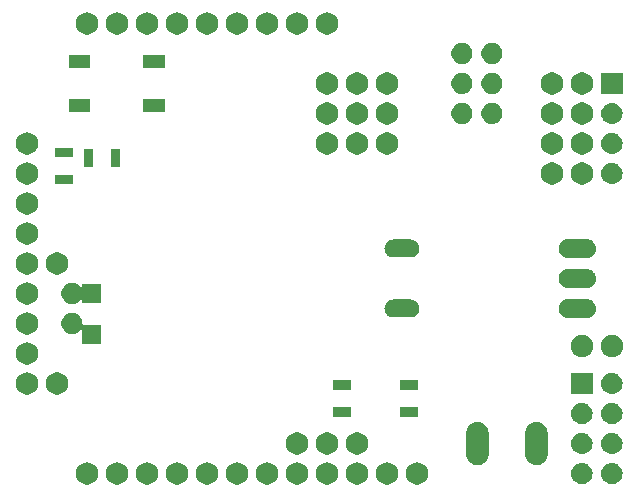
<source format=gbr>
G04 #@! TF.GenerationSoftware,KiCad,Pcbnew,(5.0.2)-1*
G04 #@! TF.CreationDate,2019-04-02T23:20:26+04:00*
G04 #@! TF.ProjectId,M644_breakout_v1.2d,4d363434-5f62-4726-9561-6b6f75745f76,v1.2d*
G04 #@! TF.SameCoordinates,Original*
G04 #@! TF.FileFunction,Soldermask,Top*
G04 #@! TF.FilePolarity,Negative*
%FSLAX46Y46*%
G04 Gerber Fmt 4.6, Leading zero omitted, Abs format (unit mm)*
G04 Created by KiCad (PCBNEW (5.0.2)-1) date 02/04/2019 23:20:26*
%MOMM*%
%LPD*%
G01*
G04 APERTURE LIST*
%ADD10C,0.100000*%
G04 APERTURE END LIST*
D10*
G36*
X130269445Y-124041858D02*
X130360229Y-124059916D01*
X130531262Y-124130760D01*
X130683109Y-124232221D01*
X130685190Y-124233612D01*
X130816088Y-124364510D01*
X130816090Y-124364513D01*
X130918940Y-124518438D01*
X130989784Y-124689471D01*
X131025900Y-124871038D01*
X131025900Y-125056162D01*
X130989784Y-125237729D01*
X130918940Y-125408762D01*
X130817479Y-125560609D01*
X130816088Y-125562690D01*
X130685190Y-125693588D01*
X130685187Y-125693590D01*
X130531262Y-125796440D01*
X130360229Y-125867284D01*
X130269446Y-125885342D01*
X130178664Y-125903400D01*
X129993536Y-125903400D01*
X129902754Y-125885342D01*
X129811971Y-125867284D01*
X129640938Y-125796440D01*
X129487013Y-125693590D01*
X129487010Y-125693588D01*
X129356112Y-125562690D01*
X129354721Y-125560609D01*
X129253260Y-125408762D01*
X129182416Y-125237729D01*
X129146300Y-125056162D01*
X129146300Y-124871038D01*
X129182416Y-124689471D01*
X129253260Y-124518438D01*
X129356110Y-124364513D01*
X129356112Y-124364510D01*
X129487010Y-124233612D01*
X129489091Y-124232221D01*
X129640938Y-124130760D01*
X129811971Y-124059916D01*
X129902755Y-124041858D01*
X129993536Y-124023800D01*
X130178664Y-124023800D01*
X130269445Y-124041858D01*
X130269445Y-124041858D01*
G37*
G36*
X158209445Y-124041858D02*
X158300229Y-124059916D01*
X158471262Y-124130760D01*
X158623109Y-124232221D01*
X158625190Y-124233612D01*
X158756088Y-124364510D01*
X158756090Y-124364513D01*
X158858940Y-124518438D01*
X158929784Y-124689471D01*
X158965900Y-124871038D01*
X158965900Y-125056162D01*
X158929784Y-125237729D01*
X158858940Y-125408762D01*
X158757479Y-125560609D01*
X158756088Y-125562690D01*
X158625190Y-125693588D01*
X158625187Y-125693590D01*
X158471262Y-125796440D01*
X158300229Y-125867284D01*
X158209446Y-125885342D01*
X158118664Y-125903400D01*
X157933536Y-125903400D01*
X157842754Y-125885342D01*
X157751971Y-125867284D01*
X157580938Y-125796440D01*
X157427013Y-125693590D01*
X157427010Y-125693588D01*
X157296112Y-125562690D01*
X157294721Y-125560609D01*
X157193260Y-125408762D01*
X157122416Y-125237729D01*
X157086300Y-125056162D01*
X157086300Y-124871038D01*
X157122416Y-124689471D01*
X157193260Y-124518438D01*
X157296110Y-124364513D01*
X157296112Y-124364510D01*
X157427010Y-124233612D01*
X157429091Y-124232221D01*
X157580938Y-124130760D01*
X157751971Y-124059916D01*
X157842755Y-124041858D01*
X157933536Y-124023800D01*
X158118664Y-124023800D01*
X158209445Y-124041858D01*
X158209445Y-124041858D01*
G37*
G36*
X155669445Y-124041858D02*
X155760229Y-124059916D01*
X155931262Y-124130760D01*
X156083109Y-124232221D01*
X156085190Y-124233612D01*
X156216088Y-124364510D01*
X156216090Y-124364513D01*
X156318940Y-124518438D01*
X156389784Y-124689471D01*
X156425900Y-124871038D01*
X156425900Y-125056162D01*
X156389784Y-125237729D01*
X156318940Y-125408762D01*
X156217479Y-125560609D01*
X156216088Y-125562690D01*
X156085190Y-125693588D01*
X156085187Y-125693590D01*
X155931262Y-125796440D01*
X155760229Y-125867284D01*
X155669446Y-125885342D01*
X155578664Y-125903400D01*
X155393536Y-125903400D01*
X155302754Y-125885342D01*
X155211971Y-125867284D01*
X155040938Y-125796440D01*
X154887013Y-125693590D01*
X154887010Y-125693588D01*
X154756112Y-125562690D01*
X154754721Y-125560609D01*
X154653260Y-125408762D01*
X154582416Y-125237729D01*
X154546300Y-125056162D01*
X154546300Y-124871038D01*
X154582416Y-124689471D01*
X154653260Y-124518438D01*
X154756110Y-124364513D01*
X154756112Y-124364510D01*
X154887010Y-124233612D01*
X154889091Y-124232221D01*
X155040938Y-124130760D01*
X155211971Y-124059916D01*
X155302755Y-124041858D01*
X155393536Y-124023800D01*
X155578664Y-124023800D01*
X155669445Y-124041858D01*
X155669445Y-124041858D01*
G37*
G36*
X153129445Y-124041858D02*
X153220229Y-124059916D01*
X153391262Y-124130760D01*
X153543109Y-124232221D01*
X153545190Y-124233612D01*
X153676088Y-124364510D01*
X153676090Y-124364513D01*
X153778940Y-124518438D01*
X153849784Y-124689471D01*
X153885900Y-124871038D01*
X153885900Y-125056162D01*
X153849784Y-125237729D01*
X153778940Y-125408762D01*
X153677479Y-125560609D01*
X153676088Y-125562690D01*
X153545190Y-125693588D01*
X153545187Y-125693590D01*
X153391262Y-125796440D01*
X153220229Y-125867284D01*
X153129446Y-125885342D01*
X153038664Y-125903400D01*
X152853536Y-125903400D01*
X152762754Y-125885342D01*
X152671971Y-125867284D01*
X152500938Y-125796440D01*
X152347013Y-125693590D01*
X152347010Y-125693588D01*
X152216112Y-125562690D01*
X152214721Y-125560609D01*
X152113260Y-125408762D01*
X152042416Y-125237729D01*
X152006300Y-125056162D01*
X152006300Y-124871038D01*
X152042416Y-124689471D01*
X152113260Y-124518438D01*
X152216110Y-124364513D01*
X152216112Y-124364510D01*
X152347010Y-124233612D01*
X152349091Y-124232221D01*
X152500938Y-124130760D01*
X152671971Y-124059916D01*
X152762755Y-124041858D01*
X152853536Y-124023800D01*
X153038664Y-124023800D01*
X153129445Y-124041858D01*
X153129445Y-124041858D01*
G37*
G36*
X150589445Y-124041858D02*
X150680229Y-124059916D01*
X150851262Y-124130760D01*
X151003109Y-124232221D01*
X151005190Y-124233612D01*
X151136088Y-124364510D01*
X151136090Y-124364513D01*
X151238940Y-124518438D01*
X151309784Y-124689471D01*
X151345900Y-124871038D01*
X151345900Y-125056162D01*
X151309784Y-125237729D01*
X151238940Y-125408762D01*
X151137479Y-125560609D01*
X151136088Y-125562690D01*
X151005190Y-125693588D01*
X151005187Y-125693590D01*
X150851262Y-125796440D01*
X150680229Y-125867284D01*
X150589446Y-125885342D01*
X150498664Y-125903400D01*
X150313536Y-125903400D01*
X150222754Y-125885342D01*
X150131971Y-125867284D01*
X149960938Y-125796440D01*
X149807013Y-125693590D01*
X149807010Y-125693588D01*
X149676112Y-125562690D01*
X149674721Y-125560609D01*
X149573260Y-125408762D01*
X149502416Y-125237729D01*
X149466300Y-125056162D01*
X149466300Y-124871038D01*
X149502416Y-124689471D01*
X149573260Y-124518438D01*
X149676110Y-124364513D01*
X149676112Y-124364510D01*
X149807010Y-124233612D01*
X149809091Y-124232221D01*
X149960938Y-124130760D01*
X150131971Y-124059916D01*
X150222755Y-124041858D01*
X150313536Y-124023800D01*
X150498664Y-124023800D01*
X150589445Y-124041858D01*
X150589445Y-124041858D01*
G37*
G36*
X148049445Y-124041858D02*
X148140229Y-124059916D01*
X148311262Y-124130760D01*
X148463109Y-124232221D01*
X148465190Y-124233612D01*
X148596088Y-124364510D01*
X148596090Y-124364513D01*
X148698940Y-124518438D01*
X148769784Y-124689471D01*
X148805900Y-124871038D01*
X148805900Y-125056162D01*
X148769784Y-125237729D01*
X148698940Y-125408762D01*
X148597479Y-125560609D01*
X148596088Y-125562690D01*
X148465190Y-125693588D01*
X148465187Y-125693590D01*
X148311262Y-125796440D01*
X148140229Y-125867284D01*
X148049446Y-125885342D01*
X147958664Y-125903400D01*
X147773536Y-125903400D01*
X147682754Y-125885342D01*
X147591971Y-125867284D01*
X147420938Y-125796440D01*
X147267013Y-125693590D01*
X147267010Y-125693588D01*
X147136112Y-125562690D01*
X147134721Y-125560609D01*
X147033260Y-125408762D01*
X146962416Y-125237729D01*
X146926300Y-125056162D01*
X146926300Y-124871038D01*
X146962416Y-124689471D01*
X147033260Y-124518438D01*
X147136110Y-124364513D01*
X147136112Y-124364510D01*
X147267010Y-124233612D01*
X147269091Y-124232221D01*
X147420938Y-124130760D01*
X147591971Y-124059916D01*
X147682755Y-124041858D01*
X147773536Y-124023800D01*
X147958664Y-124023800D01*
X148049445Y-124041858D01*
X148049445Y-124041858D01*
G37*
G36*
X145509445Y-124041858D02*
X145600229Y-124059916D01*
X145771262Y-124130760D01*
X145923109Y-124232221D01*
X145925190Y-124233612D01*
X146056088Y-124364510D01*
X146056090Y-124364513D01*
X146158940Y-124518438D01*
X146229784Y-124689471D01*
X146265900Y-124871038D01*
X146265900Y-125056162D01*
X146229784Y-125237729D01*
X146158940Y-125408762D01*
X146057479Y-125560609D01*
X146056088Y-125562690D01*
X145925190Y-125693588D01*
X145925187Y-125693590D01*
X145771262Y-125796440D01*
X145600229Y-125867284D01*
X145509446Y-125885342D01*
X145418664Y-125903400D01*
X145233536Y-125903400D01*
X145142754Y-125885342D01*
X145051971Y-125867284D01*
X144880938Y-125796440D01*
X144727013Y-125693590D01*
X144727010Y-125693588D01*
X144596112Y-125562690D01*
X144594721Y-125560609D01*
X144493260Y-125408762D01*
X144422416Y-125237729D01*
X144386300Y-125056162D01*
X144386300Y-124871038D01*
X144422416Y-124689471D01*
X144493260Y-124518438D01*
X144596110Y-124364513D01*
X144596112Y-124364510D01*
X144727010Y-124233612D01*
X144729091Y-124232221D01*
X144880938Y-124130760D01*
X145051971Y-124059916D01*
X145142755Y-124041858D01*
X145233536Y-124023800D01*
X145418664Y-124023800D01*
X145509445Y-124041858D01*
X145509445Y-124041858D01*
G37*
G36*
X140429445Y-124041858D02*
X140520229Y-124059916D01*
X140691262Y-124130760D01*
X140843109Y-124232221D01*
X140845190Y-124233612D01*
X140976088Y-124364510D01*
X140976090Y-124364513D01*
X141078940Y-124518438D01*
X141149784Y-124689471D01*
X141185900Y-124871038D01*
X141185900Y-125056162D01*
X141149784Y-125237729D01*
X141078940Y-125408762D01*
X140977479Y-125560609D01*
X140976088Y-125562690D01*
X140845190Y-125693588D01*
X140845187Y-125693590D01*
X140691262Y-125796440D01*
X140520229Y-125867284D01*
X140429446Y-125885342D01*
X140338664Y-125903400D01*
X140153536Y-125903400D01*
X140062754Y-125885342D01*
X139971971Y-125867284D01*
X139800938Y-125796440D01*
X139647013Y-125693590D01*
X139647010Y-125693588D01*
X139516112Y-125562690D01*
X139514721Y-125560609D01*
X139413260Y-125408762D01*
X139342416Y-125237729D01*
X139306300Y-125056162D01*
X139306300Y-124871038D01*
X139342416Y-124689471D01*
X139413260Y-124518438D01*
X139516110Y-124364513D01*
X139516112Y-124364510D01*
X139647010Y-124233612D01*
X139649091Y-124232221D01*
X139800938Y-124130760D01*
X139971971Y-124059916D01*
X140062755Y-124041858D01*
X140153536Y-124023800D01*
X140338664Y-124023800D01*
X140429445Y-124041858D01*
X140429445Y-124041858D01*
G37*
G36*
X142969445Y-124041858D02*
X143060229Y-124059916D01*
X143231262Y-124130760D01*
X143383109Y-124232221D01*
X143385190Y-124233612D01*
X143516088Y-124364510D01*
X143516090Y-124364513D01*
X143618940Y-124518438D01*
X143689784Y-124689471D01*
X143725900Y-124871038D01*
X143725900Y-125056162D01*
X143689784Y-125237729D01*
X143618940Y-125408762D01*
X143517479Y-125560609D01*
X143516088Y-125562690D01*
X143385190Y-125693588D01*
X143385187Y-125693590D01*
X143231262Y-125796440D01*
X143060229Y-125867284D01*
X142969446Y-125885342D01*
X142878664Y-125903400D01*
X142693536Y-125903400D01*
X142602754Y-125885342D01*
X142511971Y-125867284D01*
X142340938Y-125796440D01*
X142187013Y-125693590D01*
X142187010Y-125693588D01*
X142056112Y-125562690D01*
X142054721Y-125560609D01*
X141953260Y-125408762D01*
X141882416Y-125237729D01*
X141846300Y-125056162D01*
X141846300Y-124871038D01*
X141882416Y-124689471D01*
X141953260Y-124518438D01*
X142056110Y-124364513D01*
X142056112Y-124364510D01*
X142187010Y-124233612D01*
X142189091Y-124232221D01*
X142340938Y-124130760D01*
X142511971Y-124059916D01*
X142602755Y-124041858D01*
X142693536Y-124023800D01*
X142878664Y-124023800D01*
X142969445Y-124041858D01*
X142969445Y-124041858D01*
G37*
G36*
X132809445Y-124041858D02*
X132900229Y-124059916D01*
X133071262Y-124130760D01*
X133223109Y-124232221D01*
X133225190Y-124233612D01*
X133356088Y-124364510D01*
X133356090Y-124364513D01*
X133458940Y-124518438D01*
X133529784Y-124689471D01*
X133565900Y-124871038D01*
X133565900Y-125056162D01*
X133529784Y-125237729D01*
X133458940Y-125408762D01*
X133357479Y-125560609D01*
X133356088Y-125562690D01*
X133225190Y-125693588D01*
X133225187Y-125693590D01*
X133071262Y-125796440D01*
X132900229Y-125867284D01*
X132809446Y-125885342D01*
X132718664Y-125903400D01*
X132533536Y-125903400D01*
X132442754Y-125885342D01*
X132351971Y-125867284D01*
X132180938Y-125796440D01*
X132027013Y-125693590D01*
X132027010Y-125693588D01*
X131896112Y-125562690D01*
X131894721Y-125560609D01*
X131793260Y-125408762D01*
X131722416Y-125237729D01*
X131686300Y-125056162D01*
X131686300Y-124871038D01*
X131722416Y-124689471D01*
X131793260Y-124518438D01*
X131896110Y-124364513D01*
X131896112Y-124364510D01*
X132027010Y-124233612D01*
X132029091Y-124232221D01*
X132180938Y-124130760D01*
X132351971Y-124059916D01*
X132442755Y-124041858D01*
X132533536Y-124023800D01*
X132718664Y-124023800D01*
X132809445Y-124041858D01*
X132809445Y-124041858D01*
G37*
G36*
X137889445Y-124041858D02*
X137980229Y-124059916D01*
X138151262Y-124130760D01*
X138303109Y-124232221D01*
X138305190Y-124233612D01*
X138436088Y-124364510D01*
X138436090Y-124364513D01*
X138538940Y-124518438D01*
X138609784Y-124689471D01*
X138645900Y-124871038D01*
X138645900Y-125056162D01*
X138609784Y-125237729D01*
X138538940Y-125408762D01*
X138437479Y-125560609D01*
X138436088Y-125562690D01*
X138305190Y-125693588D01*
X138305187Y-125693590D01*
X138151262Y-125796440D01*
X137980229Y-125867284D01*
X137889446Y-125885342D01*
X137798664Y-125903400D01*
X137613536Y-125903400D01*
X137522754Y-125885342D01*
X137431971Y-125867284D01*
X137260938Y-125796440D01*
X137107013Y-125693590D01*
X137107010Y-125693588D01*
X136976112Y-125562690D01*
X136974721Y-125560609D01*
X136873260Y-125408762D01*
X136802416Y-125237729D01*
X136766300Y-125056162D01*
X136766300Y-124871038D01*
X136802416Y-124689471D01*
X136873260Y-124518438D01*
X136976110Y-124364513D01*
X136976112Y-124364510D01*
X137107010Y-124233612D01*
X137109091Y-124232221D01*
X137260938Y-124130760D01*
X137431971Y-124059916D01*
X137522755Y-124041858D01*
X137613536Y-124023800D01*
X137798664Y-124023800D01*
X137889445Y-124041858D01*
X137889445Y-124041858D01*
G37*
G36*
X135349445Y-124041858D02*
X135440229Y-124059916D01*
X135611262Y-124130760D01*
X135763109Y-124232221D01*
X135765190Y-124233612D01*
X135896088Y-124364510D01*
X135896090Y-124364513D01*
X135998940Y-124518438D01*
X136069784Y-124689471D01*
X136105900Y-124871038D01*
X136105900Y-125056162D01*
X136069784Y-125237729D01*
X135998940Y-125408762D01*
X135897479Y-125560609D01*
X135896088Y-125562690D01*
X135765190Y-125693588D01*
X135765187Y-125693590D01*
X135611262Y-125796440D01*
X135440229Y-125867284D01*
X135349446Y-125885342D01*
X135258664Y-125903400D01*
X135073536Y-125903400D01*
X134982754Y-125885342D01*
X134891971Y-125867284D01*
X134720938Y-125796440D01*
X134567013Y-125693590D01*
X134567010Y-125693588D01*
X134436112Y-125562690D01*
X134434721Y-125560609D01*
X134333260Y-125408762D01*
X134262416Y-125237729D01*
X134226300Y-125056162D01*
X134226300Y-124871038D01*
X134262416Y-124689471D01*
X134333260Y-124518438D01*
X134436110Y-124364513D01*
X134436112Y-124364510D01*
X134567010Y-124233612D01*
X134569091Y-124232221D01*
X134720938Y-124130760D01*
X134891971Y-124059916D01*
X134982755Y-124041858D01*
X135073536Y-124023800D01*
X135258664Y-124023800D01*
X135349445Y-124041858D01*
X135349445Y-124041858D01*
G37*
G36*
X174646543Y-124069119D02*
X174712727Y-124075637D01*
X174824197Y-124109451D01*
X174882567Y-124127157D01*
X175013808Y-124197308D01*
X175039091Y-124210822D01*
X175066858Y-124233610D01*
X175176286Y-124323414D01*
X175259548Y-124424871D01*
X175288878Y-124460609D01*
X175288879Y-124460611D01*
X175372543Y-124617133D01*
X175372543Y-124617134D01*
X175424063Y-124786973D01*
X175441459Y-124963600D01*
X175424063Y-125140227D01*
X175394487Y-125237727D01*
X175372543Y-125310067D01*
X175319788Y-125408763D01*
X175288878Y-125466591D01*
X175259548Y-125502329D01*
X175176286Y-125603786D01*
X175074829Y-125687048D01*
X175039091Y-125716378D01*
X175039089Y-125716379D01*
X174882567Y-125800043D01*
X174825953Y-125817216D01*
X174712727Y-125851563D01*
X174646542Y-125858082D01*
X174580360Y-125864600D01*
X174491840Y-125864600D01*
X174425658Y-125858082D01*
X174359473Y-125851563D01*
X174246247Y-125817216D01*
X174189633Y-125800043D01*
X174033111Y-125716379D01*
X174033109Y-125716378D01*
X173997371Y-125687048D01*
X173895914Y-125603786D01*
X173812652Y-125502329D01*
X173783322Y-125466591D01*
X173752412Y-125408763D01*
X173699657Y-125310067D01*
X173677713Y-125237727D01*
X173648137Y-125140227D01*
X173630741Y-124963600D01*
X173648137Y-124786973D01*
X173699657Y-124617134D01*
X173699657Y-124617133D01*
X173783321Y-124460611D01*
X173783322Y-124460609D01*
X173812652Y-124424871D01*
X173895914Y-124323414D01*
X174005342Y-124233610D01*
X174033109Y-124210822D01*
X174058392Y-124197308D01*
X174189633Y-124127157D01*
X174248003Y-124109451D01*
X174359473Y-124075637D01*
X174425657Y-124069119D01*
X174491840Y-124062600D01*
X174580360Y-124062600D01*
X174646543Y-124069119D01*
X174646543Y-124069119D01*
G37*
G36*
X172106543Y-124069119D02*
X172172727Y-124075637D01*
X172284197Y-124109451D01*
X172342567Y-124127157D01*
X172473808Y-124197308D01*
X172499091Y-124210822D01*
X172526858Y-124233610D01*
X172636286Y-124323414D01*
X172719548Y-124424871D01*
X172748878Y-124460609D01*
X172748879Y-124460611D01*
X172832543Y-124617133D01*
X172832543Y-124617134D01*
X172884063Y-124786973D01*
X172901459Y-124963600D01*
X172884063Y-125140227D01*
X172854487Y-125237727D01*
X172832543Y-125310067D01*
X172779788Y-125408763D01*
X172748878Y-125466591D01*
X172719548Y-125502329D01*
X172636286Y-125603786D01*
X172534829Y-125687048D01*
X172499091Y-125716378D01*
X172499089Y-125716379D01*
X172342567Y-125800043D01*
X172285953Y-125817216D01*
X172172727Y-125851563D01*
X172106542Y-125858082D01*
X172040360Y-125864600D01*
X171951840Y-125864600D01*
X171885658Y-125858082D01*
X171819473Y-125851563D01*
X171706247Y-125817216D01*
X171649633Y-125800043D01*
X171493111Y-125716379D01*
X171493109Y-125716378D01*
X171457371Y-125687048D01*
X171355914Y-125603786D01*
X171272652Y-125502329D01*
X171243322Y-125466591D01*
X171212412Y-125408763D01*
X171159657Y-125310067D01*
X171137713Y-125237727D01*
X171108137Y-125140227D01*
X171090741Y-124963600D01*
X171108137Y-124786973D01*
X171159657Y-124617134D01*
X171159657Y-124617133D01*
X171243321Y-124460611D01*
X171243322Y-124460609D01*
X171272652Y-124424871D01*
X171355914Y-124323414D01*
X171465342Y-124233610D01*
X171493109Y-124210822D01*
X171518392Y-124197308D01*
X171649633Y-124127157D01*
X171708003Y-124109451D01*
X171819473Y-124075637D01*
X171885657Y-124069119D01*
X171951840Y-124062600D01*
X172040360Y-124062600D01*
X172106543Y-124069119D01*
X172106543Y-124069119D01*
G37*
G36*
X163314949Y-120594152D02*
X163331579Y-120595790D01*
X163376165Y-120609315D01*
X163509928Y-120649892D01*
X163674296Y-120737749D01*
X163818366Y-120855984D01*
X163936601Y-121000054D01*
X164024458Y-121164422D01*
X164078560Y-121342772D01*
X164092250Y-121481769D01*
X164092250Y-123365431D01*
X164078560Y-123504428D01*
X164024458Y-123682778D01*
X163936601Y-123847146D01*
X163818366Y-123991216D01*
X163674296Y-124109451D01*
X163509927Y-124197308D01*
X163465377Y-124210822D01*
X163331578Y-124251410D01*
X163314948Y-124253048D01*
X163146100Y-124269678D01*
X162977251Y-124253048D01*
X162960621Y-124251410D01*
X162901950Y-124233612D01*
X162782272Y-124197308D01*
X162617904Y-124109451D01*
X162473834Y-123991216D01*
X162355599Y-123847146D01*
X162267742Y-123682777D01*
X162240691Y-123593602D01*
X162213640Y-123504428D01*
X162211684Y-123484570D01*
X162199950Y-123365430D01*
X162199950Y-121481776D01*
X162213641Y-121342771D01*
X162227166Y-121298185D01*
X162267743Y-121164422D01*
X162355600Y-121000054D01*
X162473835Y-120855984D01*
X162617905Y-120737749D01*
X162782273Y-120649892D01*
X162916036Y-120609315D01*
X162960622Y-120595790D01*
X162977252Y-120594152D01*
X163146100Y-120577522D01*
X163314949Y-120594152D01*
X163314949Y-120594152D01*
G37*
G36*
X168314949Y-120594152D02*
X168331579Y-120595790D01*
X168376165Y-120609315D01*
X168509928Y-120649892D01*
X168674296Y-120737749D01*
X168818366Y-120855984D01*
X168936601Y-121000054D01*
X169024458Y-121164422D01*
X169078560Y-121342772D01*
X169092250Y-121481769D01*
X169092250Y-123365431D01*
X169078560Y-123504428D01*
X169024458Y-123682778D01*
X168936601Y-123847146D01*
X168818366Y-123991216D01*
X168674296Y-124109451D01*
X168509927Y-124197308D01*
X168465377Y-124210822D01*
X168331578Y-124251410D01*
X168314948Y-124253048D01*
X168146100Y-124269678D01*
X167977251Y-124253048D01*
X167960621Y-124251410D01*
X167901950Y-124233612D01*
X167782272Y-124197308D01*
X167617904Y-124109451D01*
X167473834Y-123991216D01*
X167355599Y-123847146D01*
X167267742Y-123682777D01*
X167240691Y-123593602D01*
X167213640Y-123504428D01*
X167211684Y-123484570D01*
X167199950Y-123365430D01*
X167199950Y-121481776D01*
X167213641Y-121342771D01*
X167227166Y-121298185D01*
X167267743Y-121164422D01*
X167355600Y-121000054D01*
X167473835Y-120855984D01*
X167617905Y-120737749D01*
X167782273Y-120649892D01*
X167916036Y-120609315D01*
X167960622Y-120595790D01*
X167977252Y-120594152D01*
X168146100Y-120577522D01*
X168314949Y-120594152D01*
X168314949Y-120594152D01*
G37*
G36*
X153223438Y-121509338D02*
X153396473Y-121581012D01*
X153552200Y-121685065D01*
X153684635Y-121817500D01*
X153788688Y-121973227D01*
X153860362Y-122146262D01*
X153896900Y-122329954D01*
X153896900Y-122517246D01*
X153860362Y-122700938D01*
X153788688Y-122873973D01*
X153684635Y-123029700D01*
X153552200Y-123162135D01*
X153396473Y-123266188D01*
X153223438Y-123337862D01*
X153039746Y-123374400D01*
X152852454Y-123374400D01*
X152668762Y-123337862D01*
X152495727Y-123266188D01*
X152340000Y-123162135D01*
X152207565Y-123029700D01*
X152103512Y-122873973D01*
X152031838Y-122700938D01*
X151995300Y-122517246D01*
X151995300Y-122329954D01*
X152031838Y-122146262D01*
X152103512Y-121973227D01*
X152207565Y-121817500D01*
X152340000Y-121685065D01*
X152495727Y-121581012D01*
X152668762Y-121509338D01*
X152852454Y-121472800D01*
X153039746Y-121472800D01*
X153223438Y-121509338D01*
X153223438Y-121509338D01*
G37*
G36*
X150683438Y-121509338D02*
X150856473Y-121581012D01*
X151012200Y-121685065D01*
X151144635Y-121817500D01*
X151248688Y-121973227D01*
X151320362Y-122146262D01*
X151356900Y-122329954D01*
X151356900Y-122517246D01*
X151320362Y-122700938D01*
X151248688Y-122873973D01*
X151144635Y-123029700D01*
X151012200Y-123162135D01*
X150856473Y-123266188D01*
X150683438Y-123337862D01*
X150499746Y-123374400D01*
X150312454Y-123374400D01*
X150128762Y-123337862D01*
X149955727Y-123266188D01*
X149800000Y-123162135D01*
X149667565Y-123029700D01*
X149563512Y-122873973D01*
X149491838Y-122700938D01*
X149455300Y-122517246D01*
X149455300Y-122329954D01*
X149491838Y-122146262D01*
X149563512Y-121973227D01*
X149667565Y-121817500D01*
X149800000Y-121685065D01*
X149955727Y-121581012D01*
X150128762Y-121509338D01*
X150312454Y-121472800D01*
X150499746Y-121472800D01*
X150683438Y-121509338D01*
X150683438Y-121509338D01*
G37*
G36*
X148143438Y-121509338D02*
X148316473Y-121581012D01*
X148472200Y-121685065D01*
X148604635Y-121817500D01*
X148708688Y-121973227D01*
X148780362Y-122146262D01*
X148816900Y-122329954D01*
X148816900Y-122517246D01*
X148780362Y-122700938D01*
X148708688Y-122873973D01*
X148604635Y-123029700D01*
X148472200Y-123162135D01*
X148316473Y-123266188D01*
X148143438Y-123337862D01*
X147959746Y-123374400D01*
X147772454Y-123374400D01*
X147588762Y-123337862D01*
X147415727Y-123266188D01*
X147260000Y-123162135D01*
X147127565Y-123029700D01*
X147023512Y-122873973D01*
X146951838Y-122700938D01*
X146915300Y-122517246D01*
X146915300Y-122329954D01*
X146951838Y-122146262D01*
X147023512Y-121973227D01*
X147127565Y-121817500D01*
X147260000Y-121685065D01*
X147415727Y-121581012D01*
X147588762Y-121509338D01*
X147772454Y-121472800D01*
X147959746Y-121472800D01*
X148143438Y-121509338D01*
X148143438Y-121509338D01*
G37*
G36*
X174646543Y-121529119D02*
X174712727Y-121535637D01*
X174825953Y-121569984D01*
X174882567Y-121587157D01*
X175021187Y-121661252D01*
X175039091Y-121670822D01*
X175074829Y-121700152D01*
X175176286Y-121783414D01*
X175259548Y-121884871D01*
X175288878Y-121920609D01*
X175288879Y-121920611D01*
X175372543Y-122077133D01*
X175372543Y-122077134D01*
X175424063Y-122246973D01*
X175441459Y-122423600D01*
X175424063Y-122600227D01*
X175393513Y-122700938D01*
X175372543Y-122770067D01*
X175317004Y-122873971D01*
X175288878Y-122926591D01*
X175259548Y-122962329D01*
X175176286Y-123063786D01*
X175074829Y-123147048D01*
X175039091Y-123176378D01*
X175039089Y-123176379D01*
X174882567Y-123260043D01*
X174862309Y-123266188D01*
X174712727Y-123311563D01*
X174646543Y-123318081D01*
X174580360Y-123324600D01*
X174491840Y-123324600D01*
X174425657Y-123318081D01*
X174359473Y-123311563D01*
X174209891Y-123266188D01*
X174189633Y-123260043D01*
X174033111Y-123176379D01*
X174033109Y-123176378D01*
X173997371Y-123147048D01*
X173895914Y-123063786D01*
X173812652Y-122962329D01*
X173783322Y-122926591D01*
X173755196Y-122873971D01*
X173699657Y-122770067D01*
X173678687Y-122700938D01*
X173648137Y-122600227D01*
X173630741Y-122423600D01*
X173648137Y-122246973D01*
X173699657Y-122077134D01*
X173699657Y-122077133D01*
X173783321Y-121920611D01*
X173783322Y-121920609D01*
X173812652Y-121884871D01*
X173895914Y-121783414D01*
X173997371Y-121700152D01*
X174033109Y-121670822D01*
X174051013Y-121661252D01*
X174189633Y-121587157D01*
X174246247Y-121569984D01*
X174359473Y-121535637D01*
X174425657Y-121529119D01*
X174491840Y-121522600D01*
X174580360Y-121522600D01*
X174646543Y-121529119D01*
X174646543Y-121529119D01*
G37*
G36*
X172106543Y-121529119D02*
X172172727Y-121535637D01*
X172285953Y-121569984D01*
X172342567Y-121587157D01*
X172481187Y-121661252D01*
X172499091Y-121670822D01*
X172534829Y-121700152D01*
X172636286Y-121783414D01*
X172719548Y-121884871D01*
X172748878Y-121920609D01*
X172748879Y-121920611D01*
X172832543Y-122077133D01*
X172832543Y-122077134D01*
X172884063Y-122246973D01*
X172901459Y-122423600D01*
X172884063Y-122600227D01*
X172853513Y-122700938D01*
X172832543Y-122770067D01*
X172777004Y-122873971D01*
X172748878Y-122926591D01*
X172719548Y-122962329D01*
X172636286Y-123063786D01*
X172534829Y-123147048D01*
X172499091Y-123176378D01*
X172499089Y-123176379D01*
X172342567Y-123260043D01*
X172322309Y-123266188D01*
X172172727Y-123311563D01*
X172106543Y-123318081D01*
X172040360Y-123324600D01*
X171951840Y-123324600D01*
X171885657Y-123318081D01*
X171819473Y-123311563D01*
X171669891Y-123266188D01*
X171649633Y-123260043D01*
X171493111Y-123176379D01*
X171493109Y-123176378D01*
X171457371Y-123147048D01*
X171355914Y-123063786D01*
X171272652Y-122962329D01*
X171243322Y-122926591D01*
X171215196Y-122873971D01*
X171159657Y-122770067D01*
X171138687Y-122700938D01*
X171108137Y-122600227D01*
X171090741Y-122423600D01*
X171108137Y-122246973D01*
X171159657Y-122077134D01*
X171159657Y-122077133D01*
X171243321Y-121920611D01*
X171243322Y-121920609D01*
X171272652Y-121884871D01*
X171355914Y-121783414D01*
X171457371Y-121700152D01*
X171493109Y-121670822D01*
X171511013Y-121661252D01*
X171649633Y-121587157D01*
X171706247Y-121569984D01*
X171819473Y-121535637D01*
X171885657Y-121529119D01*
X171951840Y-121522600D01*
X172040360Y-121522600D01*
X172106543Y-121529119D01*
X172106543Y-121529119D01*
G37*
G36*
X174646542Y-118989118D02*
X174712727Y-118995637D01*
X174825953Y-119029984D01*
X174882567Y-119047157D01*
X175021187Y-119121252D01*
X175039091Y-119130822D01*
X175074829Y-119160152D01*
X175176286Y-119243414D01*
X175259548Y-119344871D01*
X175288878Y-119380609D01*
X175288879Y-119380611D01*
X175372543Y-119537133D01*
X175372543Y-119537134D01*
X175424063Y-119706973D01*
X175441459Y-119883600D01*
X175424063Y-120060227D01*
X175392887Y-120163000D01*
X175372543Y-120230067D01*
X175298448Y-120368687D01*
X175288878Y-120386591D01*
X175259548Y-120422329D01*
X175176286Y-120523786D01*
X175074829Y-120607048D01*
X175039091Y-120636378D01*
X175039089Y-120636379D01*
X174882567Y-120720043D01*
X174825953Y-120737216D01*
X174712727Y-120771563D01*
X174646543Y-120778081D01*
X174580360Y-120784600D01*
X174491840Y-120784600D01*
X174425657Y-120778081D01*
X174359473Y-120771563D01*
X174246247Y-120737216D01*
X174189633Y-120720043D01*
X174033111Y-120636379D01*
X174033109Y-120636378D01*
X173997371Y-120607048D01*
X173895914Y-120523786D01*
X173812652Y-120422329D01*
X173783322Y-120386591D01*
X173773752Y-120368687D01*
X173699657Y-120230067D01*
X173679313Y-120163000D01*
X173648137Y-120060227D01*
X173630741Y-119883600D01*
X173648137Y-119706973D01*
X173699657Y-119537134D01*
X173699657Y-119537133D01*
X173783321Y-119380611D01*
X173783322Y-119380609D01*
X173812652Y-119344871D01*
X173895914Y-119243414D01*
X173997371Y-119160152D01*
X174033109Y-119130822D01*
X174051013Y-119121252D01*
X174189633Y-119047157D01*
X174246247Y-119029984D01*
X174359473Y-118995637D01*
X174425658Y-118989118D01*
X174491840Y-118982600D01*
X174580360Y-118982600D01*
X174646542Y-118989118D01*
X174646542Y-118989118D01*
G37*
G36*
X172106542Y-118989118D02*
X172172727Y-118995637D01*
X172285953Y-119029984D01*
X172342567Y-119047157D01*
X172481187Y-119121252D01*
X172499091Y-119130822D01*
X172534829Y-119160152D01*
X172636286Y-119243414D01*
X172719548Y-119344871D01*
X172748878Y-119380609D01*
X172748879Y-119380611D01*
X172832543Y-119537133D01*
X172832543Y-119537134D01*
X172884063Y-119706973D01*
X172901459Y-119883600D01*
X172884063Y-120060227D01*
X172852887Y-120163000D01*
X172832543Y-120230067D01*
X172758448Y-120368687D01*
X172748878Y-120386591D01*
X172719548Y-120422329D01*
X172636286Y-120523786D01*
X172534829Y-120607048D01*
X172499091Y-120636378D01*
X172499089Y-120636379D01*
X172342567Y-120720043D01*
X172285953Y-120737216D01*
X172172727Y-120771563D01*
X172106543Y-120778081D01*
X172040360Y-120784600D01*
X171951840Y-120784600D01*
X171885657Y-120778081D01*
X171819473Y-120771563D01*
X171706247Y-120737216D01*
X171649633Y-120720043D01*
X171493111Y-120636379D01*
X171493109Y-120636378D01*
X171457371Y-120607048D01*
X171355914Y-120523786D01*
X171272652Y-120422329D01*
X171243322Y-120386591D01*
X171233752Y-120368687D01*
X171159657Y-120230067D01*
X171139313Y-120163000D01*
X171108137Y-120060227D01*
X171090741Y-119883600D01*
X171108137Y-119706973D01*
X171159657Y-119537134D01*
X171159657Y-119537133D01*
X171243321Y-119380611D01*
X171243322Y-119380609D01*
X171272652Y-119344871D01*
X171355914Y-119243414D01*
X171457371Y-119160152D01*
X171493109Y-119130822D01*
X171511013Y-119121252D01*
X171649633Y-119047157D01*
X171706247Y-119029984D01*
X171819473Y-118995637D01*
X171885658Y-118989118D01*
X171951840Y-118982600D01*
X172040360Y-118982600D01*
X172106542Y-118989118D01*
X172106542Y-118989118D01*
G37*
G36*
X158153100Y-120163000D02*
X156629100Y-120163000D01*
X156629100Y-119350200D01*
X158153100Y-119350200D01*
X158153100Y-120163000D01*
X158153100Y-120163000D01*
G37*
G36*
X152438100Y-120163000D02*
X150914100Y-120163000D01*
X150914100Y-119350200D01*
X152438100Y-119350200D01*
X152438100Y-120163000D01*
X152438100Y-120163000D01*
G37*
G36*
X127823438Y-116429338D02*
X127996473Y-116501012D01*
X128152200Y-116605065D01*
X128284635Y-116737500D01*
X128388688Y-116893227D01*
X128460362Y-117066262D01*
X128496900Y-117249954D01*
X128496900Y-117437246D01*
X128460362Y-117620938D01*
X128388688Y-117793973D01*
X128284635Y-117949700D01*
X128152200Y-118082135D01*
X127996473Y-118186188D01*
X127823438Y-118257862D01*
X127639746Y-118294400D01*
X127452454Y-118294400D01*
X127268762Y-118257862D01*
X127095727Y-118186188D01*
X126940000Y-118082135D01*
X126807565Y-117949700D01*
X126703512Y-117793973D01*
X126631838Y-117620938D01*
X126595300Y-117437246D01*
X126595300Y-117249954D01*
X126631838Y-117066262D01*
X126703512Y-116893227D01*
X126807565Y-116737500D01*
X126940000Y-116605065D01*
X127095727Y-116501012D01*
X127268762Y-116429338D01*
X127452454Y-116392800D01*
X127639746Y-116392800D01*
X127823438Y-116429338D01*
X127823438Y-116429338D01*
G37*
G36*
X125189446Y-116421858D02*
X125280229Y-116439916D01*
X125451262Y-116510760D01*
X125592399Y-116605065D01*
X125605190Y-116613612D01*
X125736088Y-116744510D01*
X125736090Y-116744513D01*
X125838940Y-116898438D01*
X125909784Y-117069471D01*
X125909784Y-117069473D01*
X125945900Y-117251036D01*
X125945900Y-117436164D01*
X125929179Y-117520225D01*
X125909784Y-117617729D01*
X125838940Y-117788762D01*
X125779981Y-117877000D01*
X125736088Y-117942690D01*
X125605190Y-118073588D01*
X125605187Y-118073590D01*
X125451262Y-118176440D01*
X125280229Y-118247284D01*
X125189445Y-118265342D01*
X125098664Y-118283400D01*
X124913536Y-118283400D01*
X124822755Y-118265342D01*
X124731971Y-118247284D01*
X124560938Y-118176440D01*
X124407013Y-118073590D01*
X124407010Y-118073588D01*
X124276112Y-117942690D01*
X124232219Y-117877000D01*
X124173260Y-117788762D01*
X124102416Y-117617729D01*
X124083021Y-117520225D01*
X124066300Y-117436164D01*
X124066300Y-117251036D01*
X124102416Y-117069473D01*
X124102416Y-117069471D01*
X124173260Y-116898438D01*
X124276110Y-116744513D01*
X124276112Y-116744510D01*
X124407010Y-116613612D01*
X124419801Y-116605065D01*
X124560938Y-116510760D01*
X124731971Y-116439916D01*
X124822754Y-116421858D01*
X124913536Y-116403800D01*
X125098664Y-116403800D01*
X125189446Y-116421858D01*
X125189446Y-116421858D01*
G37*
G36*
X172897100Y-118244600D02*
X171095100Y-118244600D01*
X171095100Y-116442600D01*
X172897100Y-116442600D01*
X172897100Y-118244600D01*
X172897100Y-118244600D01*
G37*
G36*
X174646542Y-116449118D02*
X174712727Y-116455637D01*
X174825953Y-116489984D01*
X174882567Y-116507157D01*
X175021187Y-116581252D01*
X175039091Y-116590822D01*
X175066858Y-116613610D01*
X175176286Y-116703414D01*
X175259548Y-116804871D01*
X175288878Y-116840609D01*
X175288879Y-116840611D01*
X175372543Y-116997133D01*
X175372543Y-116997134D01*
X175424063Y-117166973D01*
X175441459Y-117343600D01*
X175424063Y-117520227D01*
X175394487Y-117617727D01*
X175372543Y-117690067D01*
X175319788Y-117788763D01*
X175288878Y-117846591D01*
X175263922Y-117877000D01*
X175176286Y-117983786D01*
X175074829Y-118067048D01*
X175039091Y-118096378D01*
X175039089Y-118096379D01*
X174882567Y-118180043D01*
X174862309Y-118186188D01*
X174712727Y-118231563D01*
X174646542Y-118238082D01*
X174580360Y-118244600D01*
X174491840Y-118244600D01*
X174425658Y-118238082D01*
X174359473Y-118231563D01*
X174209891Y-118186188D01*
X174189633Y-118180043D01*
X174033111Y-118096379D01*
X174033109Y-118096378D01*
X173997371Y-118067048D01*
X173895914Y-117983786D01*
X173808278Y-117877000D01*
X173783322Y-117846591D01*
X173752412Y-117788763D01*
X173699657Y-117690067D01*
X173677713Y-117617727D01*
X173648137Y-117520227D01*
X173630741Y-117343600D01*
X173648137Y-117166973D01*
X173699657Y-116997134D01*
X173699657Y-116997133D01*
X173783321Y-116840611D01*
X173783322Y-116840609D01*
X173812652Y-116804871D01*
X173895914Y-116703414D01*
X174005342Y-116613610D01*
X174033109Y-116590822D01*
X174051013Y-116581252D01*
X174189633Y-116507157D01*
X174246247Y-116489984D01*
X174359473Y-116455637D01*
X174425658Y-116449118D01*
X174491840Y-116442600D01*
X174580360Y-116442600D01*
X174646542Y-116449118D01*
X174646542Y-116449118D01*
G37*
G36*
X152438100Y-117877000D02*
X150914100Y-117877000D01*
X150914100Y-117064200D01*
X152438100Y-117064200D01*
X152438100Y-117877000D01*
X152438100Y-117877000D01*
G37*
G36*
X158153100Y-117877000D02*
X156629100Y-117877000D01*
X156629100Y-117064200D01*
X158153100Y-117064200D01*
X158153100Y-117877000D01*
X158153100Y-117877000D01*
G37*
G36*
X125189446Y-113881858D02*
X125280229Y-113899916D01*
X125451262Y-113970760D01*
X125451263Y-113970761D01*
X125605190Y-114073612D01*
X125736088Y-114204510D01*
X125736090Y-114204513D01*
X125838940Y-114358438D01*
X125909784Y-114529471D01*
X125909784Y-114529473D01*
X125945900Y-114711036D01*
X125945900Y-114896164D01*
X125927842Y-114986945D01*
X125909784Y-115077729D01*
X125838940Y-115248762D01*
X125838939Y-115248763D01*
X125736088Y-115402690D01*
X125605190Y-115533588D01*
X125605187Y-115533590D01*
X125451262Y-115636440D01*
X125280229Y-115707284D01*
X125189445Y-115725342D01*
X125098664Y-115743400D01*
X124913536Y-115743400D01*
X124822755Y-115725342D01*
X124731971Y-115707284D01*
X124560938Y-115636440D01*
X124407013Y-115533590D01*
X124407010Y-115533588D01*
X124276112Y-115402690D01*
X124173261Y-115248763D01*
X124173260Y-115248762D01*
X124102416Y-115077729D01*
X124084358Y-114986945D01*
X124066300Y-114896164D01*
X124066300Y-114711036D01*
X124102416Y-114529473D01*
X124102416Y-114529471D01*
X124173260Y-114358438D01*
X124276110Y-114204513D01*
X124276112Y-114204510D01*
X124407010Y-114073612D01*
X124560937Y-113970761D01*
X124560938Y-113970760D01*
X124731971Y-113899916D01*
X124822754Y-113881858D01*
X124913536Y-113863800D01*
X125098664Y-113863800D01*
X125189446Y-113881858D01*
X125189446Y-113881858D01*
G37*
G36*
X174813438Y-113254338D02*
X174986473Y-113326012D01*
X175142200Y-113430065D01*
X175274635Y-113562500D01*
X175378688Y-113718227D01*
X175450362Y-113891262D01*
X175486900Y-114074954D01*
X175486900Y-114262246D01*
X175450362Y-114445938D01*
X175378688Y-114618973D01*
X175274635Y-114774700D01*
X175142200Y-114907135D01*
X174986473Y-115011188D01*
X174813438Y-115082862D01*
X174629746Y-115119400D01*
X174442454Y-115119400D01*
X174258762Y-115082862D01*
X174085727Y-115011188D01*
X173930000Y-114907135D01*
X173797565Y-114774700D01*
X173693512Y-114618973D01*
X173621838Y-114445938D01*
X173585300Y-114262246D01*
X173585300Y-114074954D01*
X173621838Y-113891262D01*
X173693512Y-113718227D01*
X173797565Y-113562500D01*
X173930000Y-113430065D01*
X174085727Y-113326012D01*
X174258762Y-113254338D01*
X174442454Y-113217800D01*
X174629746Y-113217800D01*
X174813438Y-113254338D01*
X174813438Y-113254338D01*
G37*
G36*
X172273438Y-113254338D02*
X172446473Y-113326012D01*
X172602200Y-113430065D01*
X172734635Y-113562500D01*
X172838688Y-113718227D01*
X172910362Y-113891262D01*
X172946900Y-114074954D01*
X172946900Y-114262246D01*
X172910362Y-114445938D01*
X172838688Y-114618973D01*
X172734635Y-114774700D01*
X172602200Y-114907135D01*
X172446473Y-115011188D01*
X172273438Y-115082862D01*
X172089746Y-115119400D01*
X171902454Y-115119400D01*
X171718762Y-115082862D01*
X171545727Y-115011188D01*
X171390000Y-114907135D01*
X171257565Y-114774700D01*
X171153512Y-114618973D01*
X171081838Y-114445938D01*
X171045300Y-114262246D01*
X171045300Y-114074954D01*
X171081838Y-113891262D01*
X171153512Y-113718227D01*
X171257565Y-113562500D01*
X171390000Y-113430065D01*
X171545727Y-113326012D01*
X171718762Y-113254338D01*
X171902454Y-113217800D01*
X172089746Y-113217800D01*
X172273438Y-113254338D01*
X172273438Y-113254338D01*
G37*
G36*
X129075412Y-111408764D02*
X129237198Y-111475778D01*
X129382807Y-111573071D01*
X129506629Y-111696893D01*
X129603922Y-111842502D01*
X129670936Y-112004288D01*
X129705100Y-112176041D01*
X129705100Y-112275000D01*
X129707502Y-112299386D01*
X129714615Y-112322835D01*
X129726166Y-112344446D01*
X129741712Y-112363388D01*
X129760654Y-112378934D01*
X129782265Y-112390485D01*
X129805714Y-112397598D01*
X129830100Y-112400000D01*
X131293300Y-112400000D01*
X131293300Y-114001600D01*
X129691700Y-114001600D01*
X129691700Y-112947012D01*
X129689298Y-112922626D01*
X129682185Y-112899177D01*
X129670634Y-112877566D01*
X129655088Y-112858624D01*
X129636146Y-112843078D01*
X129614535Y-112831527D01*
X129591086Y-112824414D01*
X129566700Y-112822012D01*
X129542314Y-112824414D01*
X129518865Y-112831527D01*
X129497254Y-112843078D01*
X129478312Y-112858624D01*
X129382807Y-112954129D01*
X129237198Y-113051422D01*
X129075412Y-113118436D01*
X128903659Y-113152600D01*
X128728541Y-113152600D01*
X128556788Y-113118436D01*
X128395002Y-113051422D01*
X128249393Y-112954129D01*
X128125571Y-112830307D01*
X128028278Y-112684698D01*
X127961264Y-112522912D01*
X127927100Y-112351159D01*
X127927100Y-112176041D01*
X127961264Y-112004288D01*
X128028278Y-111842502D01*
X128125571Y-111696893D01*
X128249393Y-111573071D01*
X128395002Y-111475778D01*
X128556788Y-111408764D01*
X128728541Y-111374600D01*
X128903659Y-111374600D01*
X129075412Y-111408764D01*
X129075412Y-111408764D01*
G37*
G36*
X125189445Y-111341858D02*
X125280229Y-111359916D01*
X125451262Y-111430760D01*
X125476095Y-111447353D01*
X125605190Y-111533612D01*
X125736088Y-111664510D01*
X125736090Y-111664513D01*
X125838940Y-111818438D01*
X125909784Y-111989471D01*
X125909784Y-111989473D01*
X125945900Y-112171036D01*
X125945900Y-112356164D01*
X125939073Y-112390485D01*
X125909784Y-112537729D01*
X125838940Y-112708762D01*
X125838939Y-112708763D01*
X125736088Y-112862690D01*
X125605190Y-112993588D01*
X125605187Y-112993590D01*
X125451262Y-113096440D01*
X125280229Y-113167284D01*
X125189446Y-113185342D01*
X125098664Y-113203400D01*
X124913536Y-113203400D01*
X124822754Y-113185342D01*
X124731971Y-113167284D01*
X124560938Y-113096440D01*
X124407013Y-112993590D01*
X124407010Y-112993588D01*
X124276112Y-112862690D01*
X124173261Y-112708763D01*
X124173260Y-112708762D01*
X124102416Y-112537729D01*
X124073127Y-112390485D01*
X124066300Y-112356164D01*
X124066300Y-112171036D01*
X124102416Y-111989473D01*
X124102416Y-111989471D01*
X124173260Y-111818438D01*
X124276110Y-111664513D01*
X124276112Y-111664510D01*
X124407010Y-111533612D01*
X124536105Y-111447353D01*
X124560938Y-111430760D01*
X124731971Y-111359916D01*
X124822755Y-111341858D01*
X124913536Y-111323800D01*
X125098664Y-111323800D01*
X125189445Y-111341858D01*
X125189445Y-111341858D01*
G37*
G36*
X172456828Y-110184720D02*
X172536437Y-110192561D01*
X172638579Y-110223546D01*
X172689651Y-110239038D01*
X172765125Y-110279380D01*
X172830852Y-110314512D01*
X172954617Y-110416083D01*
X173056188Y-110539848D01*
X173076814Y-110578436D01*
X173131662Y-110681049D01*
X173131662Y-110681050D01*
X173178139Y-110834263D01*
X173193832Y-110993600D01*
X173178139Y-111152937D01*
X173147154Y-111255079D01*
X173131662Y-111306151D01*
X173095075Y-111374600D01*
X173056188Y-111447352D01*
X172954617Y-111571117D01*
X172830852Y-111672688D01*
X172785562Y-111696896D01*
X172689651Y-111748162D01*
X172638579Y-111763654D01*
X172536437Y-111794639D01*
X172456828Y-111802480D01*
X172417024Y-111806400D01*
X170813176Y-111806400D01*
X170773372Y-111802480D01*
X170693763Y-111794639D01*
X170591621Y-111763654D01*
X170540549Y-111748162D01*
X170444638Y-111696896D01*
X170399348Y-111672688D01*
X170275583Y-111571117D01*
X170174012Y-111447352D01*
X170135125Y-111374600D01*
X170098538Y-111306151D01*
X170083046Y-111255079D01*
X170052061Y-111152937D01*
X170036368Y-110993600D01*
X170052061Y-110834263D01*
X170098538Y-110681050D01*
X170098538Y-110681049D01*
X170153386Y-110578436D01*
X170174012Y-110539848D01*
X170275583Y-110416083D01*
X170399348Y-110314512D01*
X170465075Y-110279380D01*
X170540549Y-110239038D01*
X170591621Y-110223546D01*
X170693763Y-110192561D01*
X170773372Y-110184720D01*
X170813176Y-110180800D01*
X172417024Y-110180800D01*
X172456828Y-110184720D01*
X172456828Y-110184720D01*
G37*
G36*
X157542043Y-110235275D02*
X157616678Y-110242626D01*
X157712436Y-110271674D01*
X157760316Y-110286198D01*
X157808599Y-110312006D01*
X157892692Y-110356955D01*
X158008722Y-110452178D01*
X158103945Y-110568208D01*
X158127673Y-110612600D01*
X158174702Y-110700584D01*
X158174702Y-110700585D01*
X158218274Y-110844222D01*
X158232986Y-110993600D01*
X158218274Y-111142978D01*
X158189226Y-111238736D01*
X158174702Y-111286616D01*
X158164260Y-111306151D01*
X158103945Y-111418992D01*
X158008722Y-111535022D01*
X157892692Y-111630245D01*
X157828581Y-111664513D01*
X157760316Y-111701002D01*
X157712436Y-111715526D01*
X157616678Y-111744574D01*
X157542043Y-111751925D01*
X157504727Y-111755600D01*
X156007473Y-111755600D01*
X155970157Y-111751925D01*
X155895522Y-111744574D01*
X155799764Y-111715526D01*
X155751884Y-111701002D01*
X155683619Y-111664513D01*
X155619508Y-111630245D01*
X155503478Y-111535022D01*
X155408255Y-111418992D01*
X155347940Y-111306151D01*
X155337498Y-111286616D01*
X155322974Y-111238736D01*
X155293926Y-111142978D01*
X155279214Y-110993600D01*
X155293926Y-110844222D01*
X155337498Y-110700585D01*
X155337498Y-110700584D01*
X155384527Y-110612600D01*
X155408255Y-110568208D01*
X155503478Y-110452178D01*
X155619508Y-110356955D01*
X155703601Y-110312006D01*
X155751884Y-110286198D01*
X155799764Y-110271674D01*
X155895522Y-110242626D01*
X155970157Y-110235275D01*
X156007473Y-110231600D01*
X157504727Y-110231600D01*
X157542043Y-110235275D01*
X157542043Y-110235275D01*
G37*
G36*
X125189445Y-108801858D02*
X125280229Y-108819916D01*
X125451262Y-108890760D01*
X125476095Y-108907353D01*
X125605190Y-108993612D01*
X125736088Y-109124510D01*
X125736090Y-109124513D01*
X125838940Y-109278438D01*
X125909784Y-109449471D01*
X125945900Y-109631038D01*
X125945900Y-109816162D01*
X125909784Y-109997729D01*
X125838940Y-110168762D01*
X125838939Y-110168763D01*
X125736088Y-110322690D01*
X125605190Y-110453588D01*
X125605187Y-110453590D01*
X125451262Y-110556440D01*
X125280229Y-110627284D01*
X125189446Y-110645342D01*
X125098664Y-110663400D01*
X124913536Y-110663400D01*
X124822754Y-110645342D01*
X124731971Y-110627284D01*
X124560938Y-110556440D01*
X124407013Y-110453590D01*
X124407010Y-110453588D01*
X124276112Y-110322690D01*
X124173261Y-110168763D01*
X124173260Y-110168762D01*
X124102416Y-109997729D01*
X124066300Y-109816162D01*
X124066300Y-109631038D01*
X124102416Y-109449471D01*
X124173260Y-109278438D01*
X124276110Y-109124513D01*
X124276112Y-109124510D01*
X124407010Y-108993612D01*
X124536105Y-108907353D01*
X124560938Y-108890760D01*
X124731971Y-108819916D01*
X124822755Y-108801858D01*
X124913536Y-108783800D01*
X125098664Y-108783800D01*
X125189445Y-108801858D01*
X125189445Y-108801858D01*
G37*
G36*
X129075412Y-108868764D02*
X129237198Y-108935778D01*
X129382807Y-109033071D01*
X129478312Y-109128576D01*
X129497254Y-109144122D01*
X129518865Y-109155673D01*
X129542314Y-109162786D01*
X129566700Y-109165188D01*
X129591086Y-109162786D01*
X129614535Y-109155673D01*
X129636146Y-109144122D01*
X129655088Y-109128576D01*
X129670634Y-109109634D01*
X129682185Y-109088023D01*
X129689298Y-109064574D01*
X129691700Y-109040188D01*
X129691700Y-108900000D01*
X131293300Y-108900000D01*
X131293300Y-110501600D01*
X129691700Y-110501600D01*
X129691700Y-110407012D01*
X129689298Y-110382626D01*
X129682185Y-110359177D01*
X129670634Y-110337566D01*
X129655088Y-110318624D01*
X129636146Y-110303078D01*
X129614535Y-110291527D01*
X129591086Y-110284414D01*
X129566700Y-110282012D01*
X129542314Y-110284414D01*
X129518865Y-110291527D01*
X129497254Y-110303078D01*
X129478312Y-110318624D01*
X129382807Y-110414129D01*
X129237198Y-110511422D01*
X129075412Y-110578436D01*
X128903659Y-110612600D01*
X128728541Y-110612600D01*
X128556788Y-110578436D01*
X128395002Y-110511422D01*
X128249393Y-110414129D01*
X128125571Y-110290307D01*
X128028278Y-110144698D01*
X127961264Y-109982912D01*
X127927100Y-109811159D01*
X127927100Y-109636041D01*
X127961264Y-109464288D01*
X128028278Y-109302502D01*
X128125571Y-109156893D01*
X128249393Y-109033071D01*
X128395002Y-108935778D01*
X128556788Y-108868764D01*
X128728541Y-108834600D01*
X128903659Y-108834600D01*
X129075412Y-108868764D01*
X129075412Y-108868764D01*
G37*
G36*
X172456828Y-107644720D02*
X172536437Y-107652561D01*
X172638579Y-107683546D01*
X172689651Y-107699038D01*
X172765125Y-107739380D01*
X172830852Y-107774512D01*
X172954617Y-107876083D01*
X173056188Y-107999848D01*
X173070267Y-108026188D01*
X173131662Y-108141049D01*
X173131662Y-108141050D01*
X173178139Y-108294263D01*
X173193832Y-108453600D01*
X173178139Y-108612937D01*
X173147154Y-108715079D01*
X173131662Y-108766151D01*
X173095075Y-108834600D01*
X173056188Y-108907352D01*
X172954617Y-109031117D01*
X172830852Y-109132688D01*
X172770049Y-109165188D01*
X172689651Y-109208162D01*
X172638579Y-109223654D01*
X172536437Y-109254639D01*
X172456828Y-109262480D01*
X172417024Y-109266400D01*
X170813176Y-109266400D01*
X170773372Y-109262480D01*
X170693763Y-109254639D01*
X170591621Y-109223654D01*
X170540549Y-109208162D01*
X170460151Y-109165188D01*
X170399348Y-109132688D01*
X170275583Y-109031117D01*
X170174012Y-108907352D01*
X170135125Y-108834600D01*
X170098538Y-108766151D01*
X170083046Y-108715079D01*
X170052061Y-108612937D01*
X170036368Y-108453600D01*
X170052061Y-108294263D01*
X170098538Y-108141050D01*
X170098538Y-108141049D01*
X170159933Y-108026188D01*
X170174012Y-107999848D01*
X170275583Y-107876083D01*
X170399348Y-107774512D01*
X170465075Y-107739380D01*
X170540549Y-107699038D01*
X170591621Y-107683546D01*
X170693763Y-107652561D01*
X170773372Y-107644720D01*
X170813176Y-107640800D01*
X172417024Y-107640800D01*
X172456828Y-107644720D01*
X172456828Y-107644720D01*
G37*
G36*
X127823438Y-106269338D02*
X127996473Y-106341012D01*
X128152200Y-106445065D01*
X128284635Y-106577500D01*
X128388688Y-106733227D01*
X128460362Y-106906262D01*
X128496900Y-107089954D01*
X128496900Y-107277246D01*
X128460362Y-107460938D01*
X128388688Y-107633973D01*
X128284635Y-107789700D01*
X128152200Y-107922135D01*
X127996473Y-108026188D01*
X127823438Y-108097862D01*
X127639746Y-108134400D01*
X127452454Y-108134400D01*
X127268762Y-108097862D01*
X127095727Y-108026188D01*
X126940000Y-107922135D01*
X126807565Y-107789700D01*
X126703512Y-107633973D01*
X126631838Y-107460938D01*
X126595300Y-107277246D01*
X126595300Y-107089954D01*
X126631838Y-106906262D01*
X126703512Y-106733227D01*
X126807565Y-106577500D01*
X126940000Y-106445065D01*
X127095727Y-106341012D01*
X127268762Y-106269338D01*
X127452454Y-106232800D01*
X127639746Y-106232800D01*
X127823438Y-106269338D01*
X127823438Y-106269338D01*
G37*
G36*
X125189446Y-106261858D02*
X125280229Y-106279916D01*
X125451262Y-106350760D01*
X125476095Y-106367353D01*
X125605190Y-106453612D01*
X125736088Y-106584510D01*
X125736090Y-106584513D01*
X125838940Y-106738438D01*
X125909784Y-106909471D01*
X125909784Y-106909473D01*
X125945900Y-107091036D01*
X125945900Y-107276164D01*
X125927842Y-107366946D01*
X125909784Y-107457729D01*
X125838940Y-107628762D01*
X125838939Y-107628763D01*
X125736088Y-107782690D01*
X125605190Y-107913588D01*
X125605187Y-107913590D01*
X125451262Y-108016440D01*
X125280229Y-108087284D01*
X125189446Y-108105342D01*
X125098664Y-108123400D01*
X124913536Y-108123400D01*
X124822754Y-108105342D01*
X124731971Y-108087284D01*
X124560938Y-108016440D01*
X124407013Y-107913590D01*
X124407010Y-107913588D01*
X124276112Y-107782690D01*
X124173261Y-107628763D01*
X124173260Y-107628762D01*
X124102416Y-107457729D01*
X124084358Y-107366945D01*
X124066300Y-107276164D01*
X124066300Y-107091036D01*
X124102416Y-106909473D01*
X124102416Y-106909471D01*
X124173260Y-106738438D01*
X124276110Y-106584513D01*
X124276112Y-106584510D01*
X124407010Y-106453612D01*
X124536105Y-106367353D01*
X124560938Y-106350760D01*
X124731971Y-106279916D01*
X124822754Y-106261858D01*
X124913536Y-106243800D01*
X125098664Y-106243800D01*
X125189446Y-106261858D01*
X125189446Y-106261858D01*
G37*
G36*
X172456828Y-105104720D02*
X172536437Y-105112561D01*
X172638579Y-105143546D01*
X172689651Y-105159038D01*
X172765125Y-105199380D01*
X172830852Y-105234512D01*
X172954617Y-105336083D01*
X173056188Y-105459848D01*
X173091320Y-105525575D01*
X173131662Y-105601049D01*
X173131662Y-105601050D01*
X173178139Y-105754263D01*
X173193832Y-105913600D01*
X173178139Y-106072937D01*
X173147154Y-106175079D01*
X173131662Y-106226151D01*
X173091320Y-106301625D01*
X173056188Y-106367352D01*
X172954617Y-106491117D01*
X172830852Y-106592688D01*
X172777880Y-106621002D01*
X172689651Y-106668162D01*
X172638579Y-106683654D01*
X172536437Y-106714639D01*
X172456828Y-106722480D01*
X172417024Y-106726400D01*
X170813176Y-106726400D01*
X170773372Y-106722480D01*
X170693763Y-106714639D01*
X170591621Y-106683654D01*
X170540549Y-106668162D01*
X170452320Y-106621002D01*
X170399348Y-106592688D01*
X170275583Y-106491117D01*
X170174012Y-106367352D01*
X170138880Y-106301625D01*
X170098538Y-106226151D01*
X170083046Y-106175079D01*
X170052061Y-106072937D01*
X170036368Y-105913600D01*
X170052061Y-105754263D01*
X170098538Y-105601050D01*
X170098538Y-105601049D01*
X170138880Y-105525575D01*
X170174012Y-105459848D01*
X170275583Y-105336083D01*
X170399348Y-105234512D01*
X170465075Y-105199380D01*
X170540549Y-105159038D01*
X170591621Y-105143546D01*
X170693763Y-105112561D01*
X170773372Y-105104720D01*
X170813176Y-105100800D01*
X172417024Y-105100800D01*
X172456828Y-105104720D01*
X172456828Y-105104720D01*
G37*
G36*
X157542043Y-105155275D02*
X157616678Y-105162626D01*
X157712436Y-105191674D01*
X157760316Y-105206198D01*
X157808599Y-105232006D01*
X157892692Y-105276955D01*
X158008722Y-105372178D01*
X158103945Y-105488208D01*
X158135522Y-105547284D01*
X158174702Y-105620584D01*
X158174702Y-105620585D01*
X158218274Y-105764222D01*
X158232986Y-105913600D01*
X158218274Y-106062978D01*
X158189226Y-106158736D01*
X158174702Y-106206616D01*
X158164260Y-106226151D01*
X158103945Y-106338992D01*
X158008722Y-106455022D01*
X157892692Y-106550245D01*
X157828581Y-106584513D01*
X157760316Y-106621002D01*
X157712436Y-106635526D01*
X157616678Y-106664574D01*
X157542043Y-106671925D01*
X157504727Y-106675600D01*
X156007473Y-106675600D01*
X155970157Y-106671925D01*
X155895522Y-106664574D01*
X155799764Y-106635526D01*
X155751884Y-106621002D01*
X155683619Y-106584513D01*
X155619508Y-106550245D01*
X155503478Y-106455022D01*
X155408255Y-106338992D01*
X155347940Y-106226151D01*
X155337498Y-106206616D01*
X155322974Y-106158736D01*
X155293926Y-106062978D01*
X155279214Y-105913600D01*
X155293926Y-105764222D01*
X155337498Y-105620585D01*
X155337498Y-105620584D01*
X155376678Y-105547284D01*
X155408255Y-105488208D01*
X155503478Y-105372178D01*
X155619508Y-105276955D01*
X155703601Y-105232006D01*
X155751884Y-105206198D01*
X155799764Y-105191674D01*
X155895522Y-105162626D01*
X155970157Y-105155275D01*
X156007473Y-105151600D01*
X157504727Y-105151600D01*
X157542043Y-105155275D01*
X157542043Y-105155275D01*
G37*
G36*
X125189446Y-103721858D02*
X125280229Y-103739916D01*
X125451262Y-103810760D01*
X125451263Y-103810761D01*
X125605190Y-103913612D01*
X125736088Y-104044510D01*
X125736090Y-104044513D01*
X125838940Y-104198438D01*
X125909784Y-104369471D01*
X125945900Y-104551038D01*
X125945900Y-104736162D01*
X125909784Y-104917729D01*
X125838940Y-105088762D01*
X125838939Y-105088763D01*
X125736088Y-105242690D01*
X125605190Y-105373588D01*
X125605187Y-105373590D01*
X125451262Y-105476440D01*
X125280229Y-105547284D01*
X125189446Y-105565342D01*
X125098664Y-105583400D01*
X124913536Y-105583400D01*
X124822754Y-105565342D01*
X124731971Y-105547284D01*
X124560938Y-105476440D01*
X124407013Y-105373590D01*
X124407010Y-105373588D01*
X124276112Y-105242690D01*
X124173261Y-105088763D01*
X124173260Y-105088762D01*
X124102416Y-104917729D01*
X124066300Y-104736162D01*
X124066300Y-104551038D01*
X124102416Y-104369471D01*
X124173260Y-104198438D01*
X124276110Y-104044513D01*
X124276112Y-104044510D01*
X124407010Y-103913612D01*
X124560937Y-103810761D01*
X124560938Y-103810760D01*
X124731971Y-103739916D01*
X124822755Y-103721858D01*
X124913536Y-103703800D01*
X125098664Y-103703800D01*
X125189446Y-103721858D01*
X125189446Y-103721858D01*
G37*
G36*
X125189446Y-101181858D02*
X125280229Y-101199916D01*
X125451262Y-101270760D01*
X125451263Y-101270761D01*
X125605190Y-101373612D01*
X125736088Y-101504510D01*
X125736090Y-101504513D01*
X125838940Y-101658438D01*
X125909784Y-101829471D01*
X125945900Y-102011038D01*
X125945900Y-102196162D01*
X125909784Y-102377729D01*
X125838940Y-102548762D01*
X125838939Y-102548763D01*
X125736088Y-102702690D01*
X125605190Y-102833588D01*
X125605187Y-102833590D01*
X125451262Y-102936440D01*
X125280229Y-103007284D01*
X125189446Y-103025342D01*
X125098664Y-103043400D01*
X124913536Y-103043400D01*
X124822754Y-103025342D01*
X124731971Y-103007284D01*
X124560938Y-102936440D01*
X124407013Y-102833590D01*
X124407010Y-102833588D01*
X124276112Y-102702690D01*
X124173261Y-102548763D01*
X124173260Y-102548762D01*
X124102416Y-102377729D01*
X124066300Y-102196162D01*
X124066300Y-102011038D01*
X124102416Y-101829471D01*
X124173260Y-101658438D01*
X124276110Y-101504513D01*
X124276112Y-101504510D01*
X124407010Y-101373612D01*
X124560937Y-101270761D01*
X124560938Y-101270760D01*
X124731971Y-101199916D01*
X124822754Y-101181858D01*
X124913536Y-101163800D01*
X125098664Y-101163800D01*
X125189446Y-101181858D01*
X125189446Y-101181858D01*
G37*
G36*
X172273438Y-98649338D02*
X172446473Y-98721012D01*
X172602200Y-98825065D01*
X172734635Y-98957500D01*
X172838688Y-99113227D01*
X172910362Y-99286262D01*
X172946900Y-99469954D01*
X172946900Y-99657246D01*
X172910362Y-99840938D01*
X172838688Y-100013973D01*
X172734635Y-100169700D01*
X172602200Y-100302135D01*
X172446473Y-100406188D01*
X172273438Y-100477862D01*
X172089746Y-100514400D01*
X171902454Y-100514400D01*
X171718762Y-100477862D01*
X171545727Y-100406188D01*
X171390000Y-100302135D01*
X171257565Y-100169700D01*
X171153512Y-100013973D01*
X171081838Y-99840938D01*
X171045300Y-99657246D01*
X171045300Y-99469954D01*
X171081838Y-99286262D01*
X171153512Y-99113227D01*
X171257565Y-98957500D01*
X171390000Y-98825065D01*
X171545727Y-98721012D01*
X171718762Y-98649338D01*
X171902454Y-98612800D01*
X172089746Y-98612800D01*
X172273438Y-98649338D01*
X172273438Y-98649338D01*
G37*
G36*
X169733438Y-98649338D02*
X169906473Y-98721012D01*
X170062200Y-98825065D01*
X170194635Y-98957500D01*
X170298688Y-99113227D01*
X170370362Y-99286262D01*
X170406900Y-99469954D01*
X170406900Y-99657246D01*
X170370362Y-99840938D01*
X170298688Y-100013973D01*
X170194635Y-100169700D01*
X170062200Y-100302135D01*
X169906473Y-100406188D01*
X169733438Y-100477862D01*
X169549746Y-100514400D01*
X169362454Y-100514400D01*
X169178762Y-100477862D01*
X169005727Y-100406188D01*
X168850000Y-100302135D01*
X168717565Y-100169700D01*
X168613512Y-100013973D01*
X168541838Y-99840938D01*
X168505300Y-99657246D01*
X168505300Y-99469954D01*
X168541838Y-99286262D01*
X168613512Y-99113227D01*
X168717565Y-98957500D01*
X168850000Y-98825065D01*
X169005727Y-98721012D01*
X169178762Y-98649338D01*
X169362454Y-98612800D01*
X169549746Y-98612800D01*
X169733438Y-98649338D01*
X169733438Y-98649338D01*
G37*
G36*
X125189445Y-98641858D02*
X125280229Y-98659916D01*
X125451262Y-98730760D01*
X125592399Y-98825065D01*
X125605190Y-98833612D01*
X125736088Y-98964510D01*
X125736090Y-98964513D01*
X125838940Y-99118438D01*
X125909784Y-99289471D01*
X125909784Y-99289473D01*
X125945900Y-99471036D01*
X125945900Y-99656164D01*
X125929179Y-99740225D01*
X125909784Y-99837729D01*
X125838940Y-100008762D01*
X125737479Y-100160609D01*
X125736088Y-100162690D01*
X125605190Y-100293588D01*
X125605187Y-100293590D01*
X125451262Y-100396440D01*
X125280229Y-100467284D01*
X125189445Y-100485342D01*
X125098664Y-100503400D01*
X124913536Y-100503400D01*
X124822755Y-100485342D01*
X124731971Y-100467284D01*
X124560938Y-100396440D01*
X124407013Y-100293590D01*
X124407010Y-100293588D01*
X124276112Y-100162690D01*
X124274721Y-100160609D01*
X124173260Y-100008762D01*
X124102416Y-99837729D01*
X124083021Y-99740225D01*
X124066300Y-99656164D01*
X124066300Y-99471036D01*
X124102416Y-99289473D01*
X124102416Y-99289471D01*
X124173260Y-99118438D01*
X124276110Y-98964513D01*
X124276112Y-98964510D01*
X124407010Y-98833612D01*
X124419801Y-98825065D01*
X124560938Y-98730760D01*
X124731971Y-98659916D01*
X124822755Y-98641858D01*
X124913536Y-98623800D01*
X125098664Y-98623800D01*
X125189445Y-98641858D01*
X125189445Y-98641858D01*
G37*
G36*
X128943100Y-100478000D02*
X127419100Y-100478000D01*
X127419100Y-99665200D01*
X128943100Y-99665200D01*
X128943100Y-100478000D01*
X128943100Y-100478000D01*
G37*
G36*
X174646543Y-98669119D02*
X174712727Y-98675637D01*
X174825953Y-98709984D01*
X174882567Y-98727157D01*
X175021187Y-98801252D01*
X175039091Y-98810822D01*
X175066858Y-98833610D01*
X175176286Y-98923414D01*
X175259548Y-99024871D01*
X175288878Y-99060609D01*
X175288879Y-99060611D01*
X175372543Y-99217133D01*
X175372543Y-99217134D01*
X175424063Y-99386973D01*
X175441459Y-99563600D01*
X175424063Y-99740227D01*
X175394487Y-99837727D01*
X175372543Y-99910067D01*
X175319788Y-100008763D01*
X175288878Y-100066591D01*
X175259548Y-100102329D01*
X175176286Y-100203786D01*
X175074829Y-100287048D01*
X175039091Y-100316378D01*
X175039089Y-100316379D01*
X174882567Y-100400043D01*
X174862309Y-100406188D01*
X174712727Y-100451563D01*
X174646543Y-100458081D01*
X174580360Y-100464600D01*
X174491840Y-100464600D01*
X174425657Y-100458081D01*
X174359473Y-100451563D01*
X174209891Y-100406188D01*
X174189633Y-100400043D01*
X174033111Y-100316379D01*
X174033109Y-100316378D01*
X173997371Y-100287048D01*
X173895914Y-100203786D01*
X173812652Y-100102329D01*
X173783322Y-100066591D01*
X173752412Y-100008763D01*
X173699657Y-99910067D01*
X173677713Y-99837727D01*
X173648137Y-99740227D01*
X173630741Y-99563600D01*
X173648137Y-99386973D01*
X173699657Y-99217134D01*
X173699657Y-99217133D01*
X173783321Y-99060611D01*
X173783322Y-99060609D01*
X173812652Y-99024871D01*
X173895914Y-98923414D01*
X174005342Y-98833610D01*
X174033109Y-98810822D01*
X174051013Y-98801252D01*
X174189633Y-98727157D01*
X174246247Y-98709984D01*
X174359473Y-98675637D01*
X174425657Y-98669119D01*
X174491840Y-98662600D01*
X174580360Y-98662600D01*
X174646543Y-98669119D01*
X174646543Y-98669119D01*
G37*
G36*
X132905500Y-99055600D02*
X132092700Y-99055600D01*
X132092700Y-97531600D01*
X132905500Y-97531600D01*
X132905500Y-99055600D01*
X132905500Y-99055600D01*
G37*
G36*
X130619500Y-99055600D02*
X129806700Y-99055600D01*
X129806700Y-97531600D01*
X130619500Y-97531600D01*
X130619500Y-99055600D01*
X130619500Y-99055600D01*
G37*
G36*
X128943100Y-98192000D02*
X127419100Y-98192000D01*
X127419100Y-97379200D01*
X128943100Y-97379200D01*
X128943100Y-98192000D01*
X128943100Y-98192000D01*
G37*
G36*
X150683438Y-96109338D02*
X150856473Y-96181012D01*
X151012200Y-96285065D01*
X151144635Y-96417500D01*
X151248688Y-96573227D01*
X151320362Y-96746262D01*
X151356900Y-96929954D01*
X151356900Y-97117246D01*
X151320362Y-97300938D01*
X151248688Y-97473973D01*
X151144635Y-97629700D01*
X151012200Y-97762135D01*
X150856473Y-97866188D01*
X150683438Y-97937862D01*
X150499746Y-97974400D01*
X150312454Y-97974400D01*
X150128762Y-97937862D01*
X149955727Y-97866188D01*
X149800000Y-97762135D01*
X149667565Y-97629700D01*
X149563512Y-97473973D01*
X149491838Y-97300938D01*
X149455300Y-97117246D01*
X149455300Y-96929954D01*
X149491838Y-96746262D01*
X149563512Y-96573227D01*
X149667565Y-96417500D01*
X149800000Y-96285065D01*
X149955727Y-96181012D01*
X150128762Y-96109338D01*
X150312454Y-96072800D01*
X150499746Y-96072800D01*
X150683438Y-96109338D01*
X150683438Y-96109338D01*
G37*
G36*
X153223438Y-96109338D02*
X153396473Y-96181012D01*
X153552200Y-96285065D01*
X153684635Y-96417500D01*
X153788688Y-96573227D01*
X153860362Y-96746262D01*
X153896900Y-96929954D01*
X153896900Y-97117246D01*
X153860362Y-97300938D01*
X153788688Y-97473973D01*
X153684635Y-97629700D01*
X153552200Y-97762135D01*
X153396473Y-97866188D01*
X153223438Y-97937862D01*
X153039746Y-97974400D01*
X152852454Y-97974400D01*
X152668762Y-97937862D01*
X152495727Y-97866188D01*
X152340000Y-97762135D01*
X152207565Y-97629700D01*
X152103512Y-97473973D01*
X152031838Y-97300938D01*
X151995300Y-97117246D01*
X151995300Y-96929954D01*
X152031838Y-96746262D01*
X152103512Y-96573227D01*
X152207565Y-96417500D01*
X152340000Y-96285065D01*
X152495727Y-96181012D01*
X152668762Y-96109338D01*
X152852454Y-96072800D01*
X153039746Y-96072800D01*
X153223438Y-96109338D01*
X153223438Y-96109338D01*
G37*
G36*
X155763438Y-96109338D02*
X155936473Y-96181012D01*
X156092200Y-96285065D01*
X156224635Y-96417500D01*
X156328688Y-96573227D01*
X156400362Y-96746262D01*
X156436900Y-96929954D01*
X156436900Y-97117246D01*
X156400362Y-97300938D01*
X156328688Y-97473973D01*
X156224635Y-97629700D01*
X156092200Y-97762135D01*
X155936473Y-97866188D01*
X155763438Y-97937862D01*
X155579746Y-97974400D01*
X155392454Y-97974400D01*
X155208762Y-97937862D01*
X155035727Y-97866188D01*
X154880000Y-97762135D01*
X154747565Y-97629700D01*
X154643512Y-97473973D01*
X154571838Y-97300938D01*
X154535300Y-97117246D01*
X154535300Y-96929954D01*
X154571838Y-96746262D01*
X154643512Y-96573227D01*
X154747565Y-96417500D01*
X154880000Y-96285065D01*
X155035727Y-96181012D01*
X155208762Y-96109338D01*
X155392454Y-96072800D01*
X155579746Y-96072800D01*
X155763438Y-96109338D01*
X155763438Y-96109338D01*
G37*
G36*
X172273438Y-96109338D02*
X172446473Y-96181012D01*
X172602200Y-96285065D01*
X172734635Y-96417500D01*
X172838688Y-96573227D01*
X172910362Y-96746262D01*
X172946900Y-96929954D01*
X172946900Y-97117246D01*
X172910362Y-97300938D01*
X172838688Y-97473973D01*
X172734635Y-97629700D01*
X172602200Y-97762135D01*
X172446473Y-97866188D01*
X172273438Y-97937862D01*
X172089746Y-97974400D01*
X171902454Y-97974400D01*
X171718762Y-97937862D01*
X171545727Y-97866188D01*
X171390000Y-97762135D01*
X171257565Y-97629700D01*
X171153512Y-97473973D01*
X171081838Y-97300938D01*
X171045300Y-97117246D01*
X171045300Y-96929954D01*
X171081838Y-96746262D01*
X171153512Y-96573227D01*
X171257565Y-96417500D01*
X171390000Y-96285065D01*
X171545727Y-96181012D01*
X171718762Y-96109338D01*
X171902454Y-96072800D01*
X172089746Y-96072800D01*
X172273438Y-96109338D01*
X172273438Y-96109338D01*
G37*
G36*
X169733438Y-96109338D02*
X169906473Y-96181012D01*
X170062200Y-96285065D01*
X170194635Y-96417500D01*
X170298688Y-96573227D01*
X170370362Y-96746262D01*
X170406900Y-96929954D01*
X170406900Y-97117246D01*
X170370362Y-97300938D01*
X170298688Y-97473973D01*
X170194635Y-97629700D01*
X170062200Y-97762135D01*
X169906473Y-97866188D01*
X169733438Y-97937862D01*
X169549746Y-97974400D01*
X169362454Y-97974400D01*
X169178762Y-97937862D01*
X169005727Y-97866188D01*
X168850000Y-97762135D01*
X168717565Y-97629700D01*
X168613512Y-97473973D01*
X168541838Y-97300938D01*
X168505300Y-97117246D01*
X168505300Y-96929954D01*
X168541838Y-96746262D01*
X168613512Y-96573227D01*
X168717565Y-96417500D01*
X168850000Y-96285065D01*
X169005727Y-96181012D01*
X169178762Y-96109338D01*
X169362454Y-96072800D01*
X169549746Y-96072800D01*
X169733438Y-96109338D01*
X169733438Y-96109338D01*
G37*
G36*
X125189445Y-96101858D02*
X125280229Y-96119916D01*
X125451262Y-96190760D01*
X125592399Y-96285065D01*
X125605190Y-96293612D01*
X125736088Y-96424510D01*
X125736090Y-96424513D01*
X125838940Y-96578438D01*
X125909784Y-96749471D01*
X125909784Y-96749473D01*
X125945900Y-96931036D01*
X125945900Y-97116164D01*
X125929179Y-97200225D01*
X125909784Y-97297729D01*
X125838940Y-97468762D01*
X125796953Y-97531600D01*
X125736088Y-97622690D01*
X125605190Y-97753588D01*
X125605187Y-97753590D01*
X125451262Y-97856440D01*
X125280229Y-97927284D01*
X125189446Y-97945342D01*
X125098664Y-97963400D01*
X124913536Y-97963400D01*
X124822754Y-97945342D01*
X124731971Y-97927284D01*
X124560938Y-97856440D01*
X124407013Y-97753590D01*
X124407010Y-97753588D01*
X124276112Y-97622690D01*
X124215247Y-97531600D01*
X124173260Y-97468762D01*
X124102416Y-97297729D01*
X124083021Y-97200225D01*
X124066300Y-97116164D01*
X124066300Y-96931036D01*
X124102416Y-96749473D01*
X124102416Y-96749471D01*
X124173260Y-96578438D01*
X124276110Y-96424513D01*
X124276112Y-96424510D01*
X124407010Y-96293612D01*
X124419801Y-96285065D01*
X124560938Y-96190760D01*
X124731971Y-96119916D01*
X124822754Y-96101858D01*
X124913536Y-96083800D01*
X125098664Y-96083800D01*
X125189445Y-96101858D01*
X125189445Y-96101858D01*
G37*
G36*
X174646543Y-96129119D02*
X174712727Y-96135637D01*
X174825953Y-96169984D01*
X174882567Y-96187157D01*
X175021187Y-96261252D01*
X175039091Y-96270822D01*
X175066858Y-96293610D01*
X175176286Y-96383414D01*
X175259548Y-96484871D01*
X175288878Y-96520609D01*
X175288879Y-96520611D01*
X175372543Y-96677133D01*
X175372543Y-96677134D01*
X175424063Y-96846973D01*
X175441459Y-97023600D01*
X175424063Y-97200227D01*
X175394487Y-97297727D01*
X175372543Y-97370067D01*
X175319788Y-97468763D01*
X175288878Y-97526591D01*
X175284767Y-97531600D01*
X175176286Y-97663786D01*
X175074829Y-97747048D01*
X175039091Y-97776378D01*
X175039089Y-97776379D01*
X174882567Y-97860043D01*
X174862309Y-97866188D01*
X174712727Y-97911563D01*
X174646542Y-97918082D01*
X174580360Y-97924600D01*
X174491840Y-97924600D01*
X174425658Y-97918082D01*
X174359473Y-97911563D01*
X174209891Y-97866188D01*
X174189633Y-97860043D01*
X174033111Y-97776379D01*
X174033109Y-97776378D01*
X173997371Y-97747048D01*
X173895914Y-97663786D01*
X173787433Y-97531600D01*
X173783322Y-97526591D01*
X173752412Y-97468763D01*
X173699657Y-97370067D01*
X173677713Y-97297727D01*
X173648137Y-97200227D01*
X173630741Y-97023600D01*
X173648137Y-96846973D01*
X173699657Y-96677134D01*
X173699657Y-96677133D01*
X173783321Y-96520611D01*
X173783322Y-96520609D01*
X173812652Y-96484871D01*
X173895914Y-96383414D01*
X174005342Y-96293610D01*
X174033109Y-96270822D01*
X174051013Y-96261252D01*
X174189633Y-96187157D01*
X174246247Y-96169984D01*
X174359473Y-96135637D01*
X174425658Y-96129118D01*
X174491840Y-96122600D01*
X174580360Y-96122600D01*
X174646543Y-96129119D01*
X174646543Y-96129119D01*
G37*
G36*
X150683438Y-93569338D02*
X150856473Y-93641012D01*
X151012200Y-93745065D01*
X151144635Y-93877500D01*
X151248688Y-94033227D01*
X151320362Y-94206262D01*
X151356900Y-94389954D01*
X151356900Y-94577246D01*
X151320362Y-94760938D01*
X151248688Y-94933973D01*
X151144635Y-95089700D01*
X151012200Y-95222135D01*
X150856473Y-95326188D01*
X150683438Y-95397862D01*
X150499746Y-95434400D01*
X150312454Y-95434400D01*
X150128762Y-95397862D01*
X149955727Y-95326188D01*
X149800000Y-95222135D01*
X149667565Y-95089700D01*
X149563512Y-94933973D01*
X149491838Y-94760938D01*
X149455300Y-94577246D01*
X149455300Y-94389954D01*
X149491838Y-94206262D01*
X149563512Y-94033227D01*
X149667565Y-93877500D01*
X149800000Y-93745065D01*
X149955727Y-93641012D01*
X150128762Y-93569338D01*
X150312454Y-93532800D01*
X150499746Y-93532800D01*
X150683438Y-93569338D01*
X150683438Y-93569338D01*
G37*
G36*
X153223438Y-93569338D02*
X153396473Y-93641012D01*
X153552200Y-93745065D01*
X153684635Y-93877500D01*
X153788688Y-94033227D01*
X153860362Y-94206262D01*
X153896900Y-94389954D01*
X153896900Y-94577246D01*
X153860362Y-94760938D01*
X153788688Y-94933973D01*
X153684635Y-95089700D01*
X153552200Y-95222135D01*
X153396473Y-95326188D01*
X153223438Y-95397862D01*
X153039746Y-95434400D01*
X152852454Y-95434400D01*
X152668762Y-95397862D01*
X152495727Y-95326188D01*
X152340000Y-95222135D01*
X152207565Y-95089700D01*
X152103512Y-94933973D01*
X152031838Y-94760938D01*
X151995300Y-94577246D01*
X151995300Y-94389954D01*
X152031838Y-94206262D01*
X152103512Y-94033227D01*
X152207565Y-93877500D01*
X152340000Y-93745065D01*
X152495727Y-93641012D01*
X152668762Y-93569338D01*
X152852454Y-93532800D01*
X153039746Y-93532800D01*
X153223438Y-93569338D01*
X153223438Y-93569338D01*
G37*
G36*
X155763438Y-93569338D02*
X155936473Y-93641012D01*
X156092200Y-93745065D01*
X156224635Y-93877500D01*
X156328688Y-94033227D01*
X156400362Y-94206262D01*
X156436900Y-94389954D01*
X156436900Y-94577246D01*
X156400362Y-94760938D01*
X156328688Y-94933973D01*
X156224635Y-95089700D01*
X156092200Y-95222135D01*
X155936473Y-95326188D01*
X155763438Y-95397862D01*
X155579746Y-95434400D01*
X155392454Y-95434400D01*
X155208762Y-95397862D01*
X155035727Y-95326188D01*
X154880000Y-95222135D01*
X154747565Y-95089700D01*
X154643512Y-94933973D01*
X154571838Y-94760938D01*
X154535300Y-94577246D01*
X154535300Y-94389954D01*
X154571838Y-94206262D01*
X154643512Y-94033227D01*
X154747565Y-93877500D01*
X154880000Y-93745065D01*
X155035727Y-93641012D01*
X155208762Y-93569338D01*
X155392454Y-93532800D01*
X155579746Y-93532800D01*
X155763438Y-93569338D01*
X155763438Y-93569338D01*
G37*
G36*
X172273438Y-93569338D02*
X172446473Y-93641012D01*
X172602200Y-93745065D01*
X172734635Y-93877500D01*
X172838688Y-94033227D01*
X172910362Y-94206262D01*
X172946900Y-94389954D01*
X172946900Y-94577246D01*
X172910362Y-94760938D01*
X172838688Y-94933973D01*
X172734635Y-95089700D01*
X172602200Y-95222135D01*
X172446473Y-95326188D01*
X172273438Y-95397862D01*
X172089746Y-95434400D01*
X171902454Y-95434400D01*
X171718762Y-95397862D01*
X171545727Y-95326188D01*
X171390000Y-95222135D01*
X171257565Y-95089700D01*
X171153512Y-94933973D01*
X171081838Y-94760938D01*
X171045300Y-94577246D01*
X171045300Y-94389954D01*
X171081838Y-94206262D01*
X171153512Y-94033227D01*
X171257565Y-93877500D01*
X171390000Y-93745065D01*
X171545727Y-93641012D01*
X171718762Y-93569338D01*
X171902454Y-93532800D01*
X172089746Y-93532800D01*
X172273438Y-93569338D01*
X172273438Y-93569338D01*
G37*
G36*
X169733438Y-93569338D02*
X169906473Y-93641012D01*
X170062200Y-93745065D01*
X170194635Y-93877500D01*
X170298688Y-94033227D01*
X170370362Y-94206262D01*
X170406900Y-94389954D01*
X170406900Y-94577246D01*
X170370362Y-94760938D01*
X170298688Y-94933973D01*
X170194635Y-95089700D01*
X170062200Y-95222135D01*
X169906473Y-95326188D01*
X169733438Y-95397862D01*
X169549746Y-95434400D01*
X169362454Y-95434400D01*
X169178762Y-95397862D01*
X169005727Y-95326188D01*
X168850000Y-95222135D01*
X168717565Y-95089700D01*
X168613512Y-94933973D01*
X168541838Y-94760938D01*
X168505300Y-94577246D01*
X168505300Y-94389954D01*
X168541838Y-94206262D01*
X168613512Y-94033227D01*
X168717565Y-93877500D01*
X168850000Y-93745065D01*
X169005727Y-93641012D01*
X169178762Y-93569338D01*
X169362454Y-93532800D01*
X169549746Y-93532800D01*
X169733438Y-93569338D01*
X169733438Y-93569338D01*
G37*
G36*
X174646542Y-93589118D02*
X174712727Y-93595637D01*
X174821932Y-93628764D01*
X174882567Y-93647157D01*
X174973529Y-93695778D01*
X175039091Y-93730822D01*
X175074829Y-93760152D01*
X175176286Y-93843414D01*
X175236590Y-93916896D01*
X175288878Y-93980609D01*
X175288879Y-93980611D01*
X175372543Y-94137133D01*
X175372543Y-94137134D01*
X175424063Y-94306973D01*
X175441459Y-94483600D01*
X175424063Y-94660227D01*
X175398981Y-94742912D01*
X175372543Y-94830067D01*
X175332651Y-94904698D01*
X175288878Y-94986591D01*
X175259548Y-95022329D01*
X175176286Y-95123786D01*
X175074829Y-95207048D01*
X175039091Y-95236378D01*
X175039089Y-95236379D01*
X174882567Y-95320043D01*
X174862309Y-95326188D01*
X174712727Y-95371563D01*
X174646542Y-95378082D01*
X174580360Y-95384600D01*
X174491840Y-95384600D01*
X174425657Y-95378081D01*
X174359473Y-95371563D01*
X174209891Y-95326188D01*
X174189633Y-95320043D01*
X174033111Y-95236379D01*
X174033109Y-95236378D01*
X173997371Y-95207048D01*
X173895914Y-95123786D01*
X173812652Y-95022329D01*
X173783322Y-94986591D01*
X173739549Y-94904698D01*
X173699657Y-94830067D01*
X173673219Y-94742912D01*
X173648137Y-94660227D01*
X173630741Y-94483600D01*
X173648137Y-94306973D01*
X173699657Y-94137134D01*
X173699657Y-94137133D01*
X173783321Y-93980611D01*
X173783322Y-93980609D01*
X173835610Y-93916896D01*
X173895914Y-93843414D01*
X173997371Y-93760152D01*
X174033109Y-93730822D01*
X174098671Y-93695778D01*
X174189633Y-93647157D01*
X174250268Y-93628764D01*
X174359473Y-93595637D01*
X174425658Y-93589118D01*
X174491840Y-93582600D01*
X174580360Y-93582600D01*
X174646542Y-93589118D01*
X174646542Y-93589118D01*
G37*
G36*
X164635412Y-93628764D02*
X164797198Y-93695778D01*
X164942807Y-93793071D01*
X165066629Y-93916893D01*
X165163922Y-94062502D01*
X165230936Y-94224288D01*
X165265100Y-94396041D01*
X165265100Y-94571159D01*
X165230936Y-94742912D01*
X165163922Y-94904698D01*
X165066629Y-95050307D01*
X164942807Y-95174129D01*
X164797198Y-95271422D01*
X164664981Y-95326188D01*
X164635412Y-95338436D01*
X164463659Y-95372600D01*
X164288541Y-95372600D01*
X164116788Y-95338436D01*
X164087219Y-95326188D01*
X163955002Y-95271422D01*
X163809393Y-95174129D01*
X163685571Y-95050307D01*
X163588278Y-94904698D01*
X163521264Y-94742912D01*
X163487100Y-94571159D01*
X163487100Y-94396041D01*
X163521264Y-94224288D01*
X163588278Y-94062502D01*
X163685571Y-93916893D01*
X163809393Y-93793071D01*
X163955002Y-93695778D01*
X164116788Y-93628764D01*
X164288541Y-93594600D01*
X164463659Y-93594600D01*
X164635412Y-93628764D01*
X164635412Y-93628764D01*
G37*
G36*
X162095412Y-93628764D02*
X162257198Y-93695778D01*
X162402807Y-93793071D01*
X162526629Y-93916893D01*
X162623922Y-94062502D01*
X162690936Y-94224288D01*
X162725100Y-94396041D01*
X162725100Y-94571159D01*
X162690936Y-94742912D01*
X162623922Y-94904698D01*
X162526629Y-95050307D01*
X162402807Y-95174129D01*
X162257198Y-95271422D01*
X162095412Y-95338436D01*
X161923659Y-95372600D01*
X161748541Y-95372600D01*
X161576788Y-95338436D01*
X161415002Y-95271422D01*
X161269393Y-95174129D01*
X161145571Y-95050307D01*
X161048278Y-94904698D01*
X160981264Y-94742912D01*
X160947100Y-94571159D01*
X160947100Y-94396041D01*
X160981264Y-94224288D01*
X161048278Y-94062502D01*
X161145571Y-93916893D01*
X161269393Y-93793071D01*
X161415002Y-93695778D01*
X161576788Y-93628764D01*
X161748541Y-93594600D01*
X161923659Y-93594600D01*
X162095412Y-93628764D01*
X162095412Y-93628764D01*
G37*
G36*
X130376900Y-94394400D02*
X128575300Y-94394400D01*
X128575300Y-93292800D01*
X130376900Y-93292800D01*
X130376900Y-94394400D01*
X130376900Y-94394400D01*
G37*
G36*
X136676900Y-94394400D02*
X134875300Y-94394400D01*
X134875300Y-93292800D01*
X136676900Y-93292800D01*
X136676900Y-94394400D01*
X136676900Y-94394400D01*
G37*
G36*
X155763438Y-91029338D02*
X155936473Y-91101012D01*
X156092200Y-91205065D01*
X156224635Y-91337500D01*
X156328688Y-91493227D01*
X156400362Y-91666262D01*
X156436900Y-91849954D01*
X156436900Y-92037246D01*
X156400362Y-92220938D01*
X156328688Y-92393973D01*
X156224635Y-92549700D01*
X156092200Y-92682135D01*
X155936473Y-92786188D01*
X155763438Y-92857862D01*
X155579746Y-92894400D01*
X155392454Y-92894400D01*
X155208762Y-92857862D01*
X155035727Y-92786188D01*
X154880000Y-92682135D01*
X154747565Y-92549700D01*
X154643512Y-92393973D01*
X154571838Y-92220938D01*
X154535300Y-92037246D01*
X154535300Y-91849954D01*
X154571838Y-91666262D01*
X154643512Y-91493227D01*
X154747565Y-91337500D01*
X154880000Y-91205065D01*
X155035727Y-91101012D01*
X155208762Y-91029338D01*
X155392454Y-90992800D01*
X155579746Y-90992800D01*
X155763438Y-91029338D01*
X155763438Y-91029338D01*
G37*
G36*
X153223438Y-91029338D02*
X153396473Y-91101012D01*
X153552200Y-91205065D01*
X153684635Y-91337500D01*
X153788688Y-91493227D01*
X153860362Y-91666262D01*
X153896900Y-91849954D01*
X153896900Y-92037246D01*
X153860362Y-92220938D01*
X153788688Y-92393973D01*
X153684635Y-92549700D01*
X153552200Y-92682135D01*
X153396473Y-92786188D01*
X153223438Y-92857862D01*
X153039746Y-92894400D01*
X152852454Y-92894400D01*
X152668762Y-92857862D01*
X152495727Y-92786188D01*
X152340000Y-92682135D01*
X152207565Y-92549700D01*
X152103512Y-92393973D01*
X152031838Y-92220938D01*
X151995300Y-92037246D01*
X151995300Y-91849954D01*
X152031838Y-91666262D01*
X152103512Y-91493227D01*
X152207565Y-91337500D01*
X152340000Y-91205065D01*
X152495727Y-91101012D01*
X152668762Y-91029338D01*
X152852454Y-90992800D01*
X153039746Y-90992800D01*
X153223438Y-91029338D01*
X153223438Y-91029338D01*
G37*
G36*
X150683438Y-91029338D02*
X150856473Y-91101012D01*
X151012200Y-91205065D01*
X151144635Y-91337500D01*
X151248688Y-91493227D01*
X151320362Y-91666262D01*
X151356900Y-91849954D01*
X151356900Y-92037246D01*
X151320362Y-92220938D01*
X151248688Y-92393973D01*
X151144635Y-92549700D01*
X151012200Y-92682135D01*
X150856473Y-92786188D01*
X150683438Y-92857862D01*
X150499746Y-92894400D01*
X150312454Y-92894400D01*
X150128762Y-92857862D01*
X149955727Y-92786188D01*
X149800000Y-92682135D01*
X149667565Y-92549700D01*
X149563512Y-92393973D01*
X149491838Y-92220938D01*
X149455300Y-92037246D01*
X149455300Y-91849954D01*
X149491838Y-91666262D01*
X149563512Y-91493227D01*
X149667565Y-91337500D01*
X149800000Y-91205065D01*
X149955727Y-91101012D01*
X150128762Y-91029338D01*
X150312454Y-90992800D01*
X150499746Y-90992800D01*
X150683438Y-91029338D01*
X150683438Y-91029338D01*
G37*
G36*
X172273438Y-91029338D02*
X172446473Y-91101012D01*
X172602200Y-91205065D01*
X172734635Y-91337500D01*
X172838688Y-91493227D01*
X172910362Y-91666262D01*
X172946900Y-91849954D01*
X172946900Y-92037246D01*
X172910362Y-92220938D01*
X172838688Y-92393973D01*
X172734635Y-92549700D01*
X172602200Y-92682135D01*
X172446473Y-92786188D01*
X172273438Y-92857862D01*
X172089746Y-92894400D01*
X171902454Y-92894400D01*
X171718762Y-92857862D01*
X171545727Y-92786188D01*
X171390000Y-92682135D01*
X171257565Y-92549700D01*
X171153512Y-92393973D01*
X171081838Y-92220938D01*
X171045300Y-92037246D01*
X171045300Y-91849954D01*
X171081838Y-91666262D01*
X171153512Y-91493227D01*
X171257565Y-91337500D01*
X171390000Y-91205065D01*
X171545727Y-91101012D01*
X171718762Y-91029338D01*
X171902454Y-90992800D01*
X172089746Y-90992800D01*
X172273438Y-91029338D01*
X172273438Y-91029338D01*
G37*
G36*
X169733438Y-91029338D02*
X169906473Y-91101012D01*
X170062200Y-91205065D01*
X170194635Y-91337500D01*
X170298688Y-91493227D01*
X170370362Y-91666262D01*
X170406900Y-91849954D01*
X170406900Y-92037246D01*
X170370362Y-92220938D01*
X170298688Y-92393973D01*
X170194635Y-92549700D01*
X170062200Y-92682135D01*
X169906473Y-92786188D01*
X169733438Y-92857862D01*
X169549746Y-92894400D01*
X169362454Y-92894400D01*
X169178762Y-92857862D01*
X169005727Y-92786188D01*
X168850000Y-92682135D01*
X168717565Y-92549700D01*
X168613512Y-92393973D01*
X168541838Y-92220938D01*
X168505300Y-92037246D01*
X168505300Y-91849954D01*
X168541838Y-91666262D01*
X168613512Y-91493227D01*
X168717565Y-91337500D01*
X168850000Y-91205065D01*
X169005727Y-91101012D01*
X169178762Y-91029338D01*
X169362454Y-90992800D01*
X169549746Y-90992800D01*
X169733438Y-91029338D01*
X169733438Y-91029338D01*
G37*
G36*
X175437100Y-92844600D02*
X173635100Y-92844600D01*
X173635100Y-91042600D01*
X175437100Y-91042600D01*
X175437100Y-92844600D01*
X175437100Y-92844600D01*
G37*
G36*
X162095412Y-91088764D02*
X162257198Y-91155778D01*
X162402807Y-91253071D01*
X162526629Y-91376893D01*
X162623922Y-91522502D01*
X162690936Y-91684288D01*
X162725100Y-91856041D01*
X162725100Y-92031159D01*
X162690936Y-92202912D01*
X162623922Y-92364698D01*
X162526629Y-92510307D01*
X162402807Y-92634129D01*
X162257198Y-92731422D01*
X162124981Y-92786188D01*
X162095412Y-92798436D01*
X161923659Y-92832600D01*
X161748541Y-92832600D01*
X161576788Y-92798436D01*
X161547219Y-92786188D01*
X161415002Y-92731422D01*
X161269393Y-92634129D01*
X161145571Y-92510307D01*
X161048278Y-92364698D01*
X160981264Y-92202912D01*
X160947100Y-92031159D01*
X160947100Y-91856041D01*
X160981264Y-91684288D01*
X161048278Y-91522502D01*
X161145571Y-91376893D01*
X161269393Y-91253071D01*
X161415002Y-91155778D01*
X161576788Y-91088764D01*
X161748541Y-91054600D01*
X161923659Y-91054600D01*
X162095412Y-91088764D01*
X162095412Y-91088764D01*
G37*
G36*
X164635412Y-91088764D02*
X164797198Y-91155778D01*
X164942807Y-91253071D01*
X165066629Y-91376893D01*
X165163922Y-91522502D01*
X165230936Y-91684288D01*
X165265100Y-91856041D01*
X165265100Y-92031159D01*
X165230936Y-92202912D01*
X165163922Y-92364698D01*
X165066629Y-92510307D01*
X164942807Y-92634129D01*
X164797198Y-92731422D01*
X164635412Y-92798436D01*
X164463659Y-92832600D01*
X164288541Y-92832600D01*
X164116788Y-92798436D01*
X163955002Y-92731422D01*
X163809393Y-92634129D01*
X163685571Y-92510307D01*
X163588278Y-92364698D01*
X163521264Y-92202912D01*
X163487100Y-92031159D01*
X163487100Y-91856041D01*
X163521264Y-91684288D01*
X163588278Y-91522502D01*
X163685571Y-91376893D01*
X163809393Y-91253071D01*
X163955002Y-91155778D01*
X164116788Y-91088764D01*
X164288541Y-91054600D01*
X164463659Y-91054600D01*
X164635412Y-91088764D01*
X164635412Y-91088764D01*
G37*
G36*
X136676900Y-90594400D02*
X134875300Y-90594400D01*
X134875300Y-89492800D01*
X136676900Y-89492800D01*
X136676900Y-90594400D01*
X136676900Y-90594400D01*
G37*
G36*
X130376900Y-90594400D02*
X128575300Y-90594400D01*
X128575300Y-89492800D01*
X130376900Y-89492800D01*
X130376900Y-90594400D01*
X130376900Y-90594400D01*
G37*
G36*
X164635412Y-88548764D02*
X164797198Y-88615778D01*
X164942807Y-88713071D01*
X165066629Y-88836893D01*
X165163922Y-88982502D01*
X165230936Y-89144288D01*
X165265100Y-89316041D01*
X165265100Y-89491159D01*
X165230936Y-89662912D01*
X165163922Y-89824698D01*
X165066629Y-89970307D01*
X164942807Y-90094129D01*
X164797198Y-90191422D01*
X164635412Y-90258436D01*
X164463659Y-90292600D01*
X164288541Y-90292600D01*
X164116788Y-90258436D01*
X163955002Y-90191422D01*
X163809393Y-90094129D01*
X163685571Y-89970307D01*
X163588278Y-89824698D01*
X163521264Y-89662912D01*
X163487100Y-89491159D01*
X163487100Y-89316041D01*
X163521264Y-89144288D01*
X163588278Y-88982502D01*
X163685571Y-88836893D01*
X163809393Y-88713071D01*
X163955002Y-88615778D01*
X164116788Y-88548764D01*
X164288541Y-88514600D01*
X164463659Y-88514600D01*
X164635412Y-88548764D01*
X164635412Y-88548764D01*
G37*
G36*
X162095412Y-88548764D02*
X162257198Y-88615778D01*
X162402807Y-88713071D01*
X162526629Y-88836893D01*
X162623922Y-88982502D01*
X162690936Y-89144288D01*
X162725100Y-89316041D01*
X162725100Y-89491159D01*
X162690936Y-89662912D01*
X162623922Y-89824698D01*
X162526629Y-89970307D01*
X162402807Y-90094129D01*
X162257198Y-90191422D01*
X162095412Y-90258436D01*
X161923659Y-90292600D01*
X161748541Y-90292600D01*
X161576788Y-90258436D01*
X161415002Y-90191422D01*
X161269393Y-90094129D01*
X161145571Y-89970307D01*
X161048278Y-89824698D01*
X160981264Y-89662912D01*
X160947100Y-89491159D01*
X160947100Y-89316041D01*
X160981264Y-89144288D01*
X161048278Y-88982502D01*
X161145571Y-88836893D01*
X161269393Y-88713071D01*
X161415002Y-88615778D01*
X161576788Y-88548764D01*
X161748541Y-88514600D01*
X161923659Y-88514600D01*
X162095412Y-88548764D01*
X162095412Y-88548764D01*
G37*
G36*
X140429445Y-85941858D02*
X140520229Y-85959916D01*
X140691262Y-86030760D01*
X140691263Y-86030761D01*
X140845190Y-86133612D01*
X140976088Y-86264510D01*
X140976090Y-86264513D01*
X141078940Y-86418438D01*
X141149784Y-86589471D01*
X141185900Y-86771038D01*
X141185900Y-86956162D01*
X141149784Y-87137729D01*
X141078940Y-87308762D01*
X141078939Y-87308763D01*
X140976088Y-87462690D01*
X140845190Y-87593588D01*
X140845187Y-87593590D01*
X140691262Y-87696440D01*
X140520229Y-87767284D01*
X140429445Y-87785342D01*
X140338664Y-87803400D01*
X140153536Y-87803400D01*
X140062755Y-87785342D01*
X139971971Y-87767284D01*
X139800938Y-87696440D01*
X139647013Y-87593590D01*
X139647010Y-87593588D01*
X139516112Y-87462690D01*
X139413261Y-87308763D01*
X139413260Y-87308762D01*
X139342416Y-87137729D01*
X139306300Y-86956162D01*
X139306300Y-86771038D01*
X139342416Y-86589471D01*
X139413260Y-86418438D01*
X139516110Y-86264513D01*
X139516112Y-86264510D01*
X139647010Y-86133612D01*
X139800937Y-86030761D01*
X139800938Y-86030760D01*
X139971971Y-85959916D01*
X140062755Y-85941858D01*
X140153536Y-85923800D01*
X140338664Y-85923800D01*
X140429445Y-85941858D01*
X140429445Y-85941858D01*
G37*
G36*
X150589445Y-85941858D02*
X150680229Y-85959916D01*
X150851262Y-86030760D01*
X150851263Y-86030761D01*
X151005190Y-86133612D01*
X151136088Y-86264510D01*
X151136090Y-86264513D01*
X151238940Y-86418438D01*
X151309784Y-86589471D01*
X151345900Y-86771038D01*
X151345900Y-86956162D01*
X151309784Y-87137729D01*
X151238940Y-87308762D01*
X151238939Y-87308763D01*
X151136088Y-87462690D01*
X151005190Y-87593588D01*
X151005187Y-87593590D01*
X150851262Y-87696440D01*
X150680229Y-87767284D01*
X150589445Y-87785342D01*
X150498664Y-87803400D01*
X150313536Y-87803400D01*
X150222755Y-87785342D01*
X150131971Y-87767284D01*
X149960938Y-87696440D01*
X149807013Y-87593590D01*
X149807010Y-87593588D01*
X149676112Y-87462690D01*
X149573261Y-87308763D01*
X149573260Y-87308762D01*
X149502416Y-87137729D01*
X149466300Y-86956162D01*
X149466300Y-86771038D01*
X149502416Y-86589471D01*
X149573260Y-86418438D01*
X149676110Y-86264513D01*
X149676112Y-86264510D01*
X149807010Y-86133612D01*
X149960937Y-86030761D01*
X149960938Y-86030760D01*
X150131971Y-85959916D01*
X150222755Y-85941858D01*
X150313536Y-85923800D01*
X150498664Y-85923800D01*
X150589445Y-85941858D01*
X150589445Y-85941858D01*
G37*
G36*
X148049445Y-85941858D02*
X148140229Y-85959916D01*
X148311262Y-86030760D01*
X148311263Y-86030761D01*
X148465190Y-86133612D01*
X148596088Y-86264510D01*
X148596090Y-86264513D01*
X148698940Y-86418438D01*
X148769784Y-86589471D01*
X148805900Y-86771038D01*
X148805900Y-86956162D01*
X148769784Y-87137729D01*
X148698940Y-87308762D01*
X148698939Y-87308763D01*
X148596088Y-87462690D01*
X148465190Y-87593588D01*
X148465187Y-87593590D01*
X148311262Y-87696440D01*
X148140229Y-87767284D01*
X148049445Y-87785342D01*
X147958664Y-87803400D01*
X147773536Y-87803400D01*
X147682755Y-87785342D01*
X147591971Y-87767284D01*
X147420938Y-87696440D01*
X147267013Y-87593590D01*
X147267010Y-87593588D01*
X147136112Y-87462690D01*
X147033261Y-87308763D01*
X147033260Y-87308762D01*
X146962416Y-87137729D01*
X146926300Y-86956162D01*
X146926300Y-86771038D01*
X146962416Y-86589471D01*
X147033260Y-86418438D01*
X147136110Y-86264513D01*
X147136112Y-86264510D01*
X147267010Y-86133612D01*
X147420937Y-86030761D01*
X147420938Y-86030760D01*
X147591971Y-85959916D01*
X147682755Y-85941858D01*
X147773536Y-85923800D01*
X147958664Y-85923800D01*
X148049445Y-85941858D01*
X148049445Y-85941858D01*
G37*
G36*
X145509445Y-85941858D02*
X145600229Y-85959916D01*
X145771262Y-86030760D01*
X145771263Y-86030761D01*
X145925190Y-86133612D01*
X146056088Y-86264510D01*
X146056090Y-86264513D01*
X146158940Y-86418438D01*
X146229784Y-86589471D01*
X146265900Y-86771038D01*
X146265900Y-86956162D01*
X146229784Y-87137729D01*
X146158940Y-87308762D01*
X146158939Y-87308763D01*
X146056088Y-87462690D01*
X145925190Y-87593588D01*
X145925187Y-87593590D01*
X145771262Y-87696440D01*
X145600229Y-87767284D01*
X145509445Y-87785342D01*
X145418664Y-87803400D01*
X145233536Y-87803400D01*
X145142755Y-87785342D01*
X145051971Y-87767284D01*
X144880938Y-87696440D01*
X144727013Y-87593590D01*
X144727010Y-87593588D01*
X144596112Y-87462690D01*
X144493261Y-87308763D01*
X144493260Y-87308762D01*
X144422416Y-87137729D01*
X144386300Y-86956162D01*
X144386300Y-86771038D01*
X144422416Y-86589471D01*
X144493260Y-86418438D01*
X144596110Y-86264513D01*
X144596112Y-86264510D01*
X144727010Y-86133612D01*
X144880937Y-86030761D01*
X144880938Y-86030760D01*
X145051971Y-85959916D01*
X145142755Y-85941858D01*
X145233536Y-85923800D01*
X145418664Y-85923800D01*
X145509445Y-85941858D01*
X145509445Y-85941858D01*
G37*
G36*
X142969445Y-85941858D02*
X143060229Y-85959916D01*
X143231262Y-86030760D01*
X143231263Y-86030761D01*
X143385190Y-86133612D01*
X143516088Y-86264510D01*
X143516090Y-86264513D01*
X143618940Y-86418438D01*
X143689784Y-86589471D01*
X143725900Y-86771038D01*
X143725900Y-86956162D01*
X143689784Y-87137729D01*
X143618940Y-87308762D01*
X143618939Y-87308763D01*
X143516088Y-87462690D01*
X143385190Y-87593588D01*
X143385187Y-87593590D01*
X143231262Y-87696440D01*
X143060229Y-87767284D01*
X142969445Y-87785342D01*
X142878664Y-87803400D01*
X142693536Y-87803400D01*
X142602755Y-87785342D01*
X142511971Y-87767284D01*
X142340938Y-87696440D01*
X142187013Y-87593590D01*
X142187010Y-87593588D01*
X142056112Y-87462690D01*
X141953261Y-87308763D01*
X141953260Y-87308762D01*
X141882416Y-87137729D01*
X141846300Y-86956162D01*
X141846300Y-86771038D01*
X141882416Y-86589471D01*
X141953260Y-86418438D01*
X142056110Y-86264513D01*
X142056112Y-86264510D01*
X142187010Y-86133612D01*
X142340937Y-86030761D01*
X142340938Y-86030760D01*
X142511971Y-85959916D01*
X142602755Y-85941858D01*
X142693536Y-85923800D01*
X142878664Y-85923800D01*
X142969445Y-85941858D01*
X142969445Y-85941858D01*
G37*
G36*
X130269445Y-85941858D02*
X130360229Y-85959916D01*
X130531262Y-86030760D01*
X130531263Y-86030761D01*
X130685190Y-86133612D01*
X130816088Y-86264510D01*
X130816090Y-86264513D01*
X130918940Y-86418438D01*
X130989784Y-86589471D01*
X131025900Y-86771038D01*
X131025900Y-86956162D01*
X130989784Y-87137729D01*
X130918940Y-87308762D01*
X130918939Y-87308763D01*
X130816088Y-87462690D01*
X130685190Y-87593588D01*
X130685187Y-87593590D01*
X130531262Y-87696440D01*
X130360229Y-87767284D01*
X130269445Y-87785342D01*
X130178664Y-87803400D01*
X129993536Y-87803400D01*
X129902755Y-87785342D01*
X129811971Y-87767284D01*
X129640938Y-87696440D01*
X129487013Y-87593590D01*
X129487010Y-87593588D01*
X129356112Y-87462690D01*
X129253261Y-87308763D01*
X129253260Y-87308762D01*
X129182416Y-87137729D01*
X129146300Y-86956162D01*
X129146300Y-86771038D01*
X129182416Y-86589471D01*
X129253260Y-86418438D01*
X129356110Y-86264513D01*
X129356112Y-86264510D01*
X129487010Y-86133612D01*
X129640937Y-86030761D01*
X129640938Y-86030760D01*
X129811971Y-85959916D01*
X129902755Y-85941858D01*
X129993536Y-85923800D01*
X130178664Y-85923800D01*
X130269445Y-85941858D01*
X130269445Y-85941858D01*
G37*
G36*
X132809445Y-85941858D02*
X132900229Y-85959916D01*
X133071262Y-86030760D01*
X133071263Y-86030761D01*
X133225190Y-86133612D01*
X133356088Y-86264510D01*
X133356090Y-86264513D01*
X133458940Y-86418438D01*
X133529784Y-86589471D01*
X133565900Y-86771038D01*
X133565900Y-86956162D01*
X133529784Y-87137729D01*
X133458940Y-87308762D01*
X133458939Y-87308763D01*
X133356088Y-87462690D01*
X133225190Y-87593588D01*
X133225187Y-87593590D01*
X133071262Y-87696440D01*
X132900229Y-87767284D01*
X132809445Y-87785342D01*
X132718664Y-87803400D01*
X132533536Y-87803400D01*
X132442755Y-87785342D01*
X132351971Y-87767284D01*
X132180938Y-87696440D01*
X132027013Y-87593590D01*
X132027010Y-87593588D01*
X131896112Y-87462690D01*
X131793261Y-87308763D01*
X131793260Y-87308762D01*
X131722416Y-87137729D01*
X131686300Y-86956162D01*
X131686300Y-86771038D01*
X131722416Y-86589471D01*
X131793260Y-86418438D01*
X131896110Y-86264513D01*
X131896112Y-86264510D01*
X132027010Y-86133612D01*
X132180937Y-86030761D01*
X132180938Y-86030760D01*
X132351971Y-85959916D01*
X132442755Y-85941858D01*
X132533536Y-85923800D01*
X132718664Y-85923800D01*
X132809445Y-85941858D01*
X132809445Y-85941858D01*
G37*
G36*
X135349445Y-85941858D02*
X135440229Y-85959916D01*
X135611262Y-86030760D01*
X135611263Y-86030761D01*
X135765190Y-86133612D01*
X135896088Y-86264510D01*
X135896090Y-86264513D01*
X135998940Y-86418438D01*
X136069784Y-86589471D01*
X136105900Y-86771038D01*
X136105900Y-86956162D01*
X136069784Y-87137729D01*
X135998940Y-87308762D01*
X135998939Y-87308763D01*
X135896088Y-87462690D01*
X135765190Y-87593588D01*
X135765187Y-87593590D01*
X135611262Y-87696440D01*
X135440229Y-87767284D01*
X135349445Y-87785342D01*
X135258664Y-87803400D01*
X135073536Y-87803400D01*
X134982755Y-87785342D01*
X134891971Y-87767284D01*
X134720938Y-87696440D01*
X134567013Y-87593590D01*
X134567010Y-87593588D01*
X134436112Y-87462690D01*
X134333261Y-87308763D01*
X134333260Y-87308762D01*
X134262416Y-87137729D01*
X134226300Y-86956162D01*
X134226300Y-86771038D01*
X134262416Y-86589471D01*
X134333260Y-86418438D01*
X134436110Y-86264513D01*
X134436112Y-86264510D01*
X134567010Y-86133612D01*
X134720937Y-86030761D01*
X134720938Y-86030760D01*
X134891971Y-85959916D01*
X134982755Y-85941858D01*
X135073536Y-85923800D01*
X135258664Y-85923800D01*
X135349445Y-85941858D01*
X135349445Y-85941858D01*
G37*
G36*
X137889445Y-85941858D02*
X137980229Y-85959916D01*
X138151262Y-86030760D01*
X138151263Y-86030761D01*
X138305190Y-86133612D01*
X138436088Y-86264510D01*
X138436090Y-86264513D01*
X138538940Y-86418438D01*
X138609784Y-86589471D01*
X138645900Y-86771038D01*
X138645900Y-86956162D01*
X138609784Y-87137729D01*
X138538940Y-87308762D01*
X138538939Y-87308763D01*
X138436088Y-87462690D01*
X138305190Y-87593588D01*
X138305187Y-87593590D01*
X138151262Y-87696440D01*
X137980229Y-87767284D01*
X137889445Y-87785342D01*
X137798664Y-87803400D01*
X137613536Y-87803400D01*
X137522755Y-87785342D01*
X137431971Y-87767284D01*
X137260938Y-87696440D01*
X137107013Y-87593590D01*
X137107010Y-87593588D01*
X136976112Y-87462690D01*
X136873261Y-87308763D01*
X136873260Y-87308762D01*
X136802416Y-87137729D01*
X136766300Y-86956162D01*
X136766300Y-86771038D01*
X136802416Y-86589471D01*
X136873260Y-86418438D01*
X136976110Y-86264513D01*
X136976112Y-86264510D01*
X137107010Y-86133612D01*
X137260937Y-86030761D01*
X137260938Y-86030760D01*
X137431971Y-85959916D01*
X137522755Y-85941858D01*
X137613536Y-85923800D01*
X137798664Y-85923800D01*
X137889445Y-85941858D01*
X137889445Y-85941858D01*
G37*
M02*

</source>
